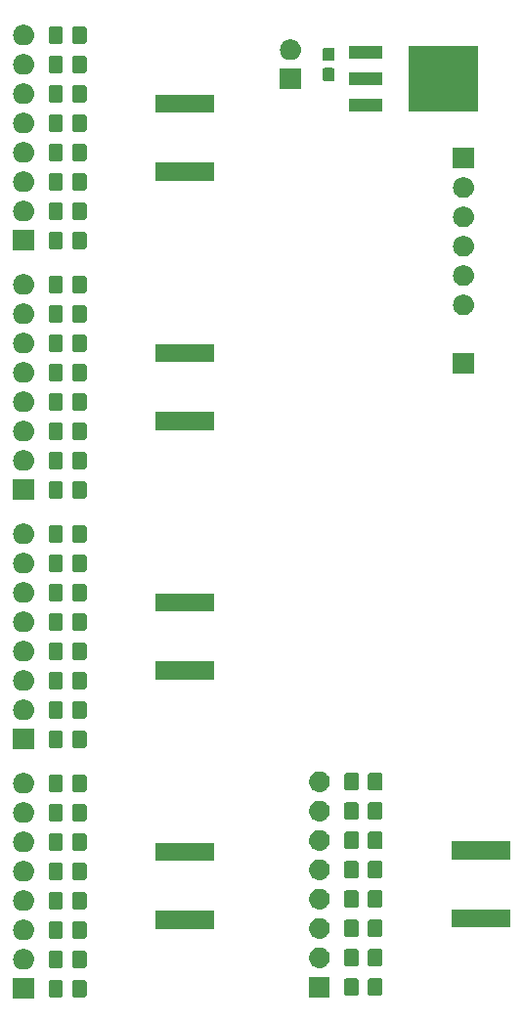
<source format=gbr>
G04 #@! TF.GenerationSoftware,KiCad,Pcbnew,5.0.2-bee76a0~70~ubuntu18.04.1*
G04 #@! TF.CreationDate,2019-01-09T10:49:10-06:00*
G04 #@! TF.ProjectId,giant,6769616e-742e-46b6-9963-61645f706362,rev?*
G04 #@! TF.SameCoordinates,Original*
G04 #@! TF.FileFunction,Soldermask,Top*
G04 #@! TF.FilePolarity,Negative*
%FSLAX46Y46*%
G04 Gerber Fmt 4.6, Leading zero omitted, Abs format (unit mm)*
G04 Created by KiCad (PCBNEW 5.0.2-bee76a0~70~ubuntu18.04.1) date Wed 09 Jan 2019 10:49:10 AM CST*
%MOMM*%
%LPD*%
G01*
G04 APERTURE LIST*
%ADD10C,0.100000*%
G04 APERTURE END LIST*
D10*
G36*
X66941000Y-162191000D02*
X65139000Y-162191000D01*
X65139000Y-160389000D01*
X66941000Y-160389000D01*
X66941000Y-162191000D01*
X66941000Y-162191000D01*
G37*
G36*
X92567561Y-162051629D02*
X90765561Y-162051629D01*
X90765561Y-160249629D01*
X92567561Y-160249629D01*
X92567561Y-162051629D01*
X92567561Y-162051629D01*
G37*
G36*
X69288677Y-160543465D02*
X69326364Y-160554898D01*
X69361103Y-160573466D01*
X69391548Y-160598452D01*
X69416534Y-160628897D01*
X69435102Y-160663636D01*
X69446535Y-160701323D01*
X69451000Y-160746661D01*
X69451000Y-161833339D01*
X69446535Y-161878677D01*
X69435102Y-161916364D01*
X69416534Y-161951103D01*
X69391548Y-161981548D01*
X69361103Y-162006534D01*
X69326364Y-162025102D01*
X69288677Y-162036535D01*
X69243339Y-162041000D01*
X68406661Y-162041000D01*
X68361323Y-162036535D01*
X68323636Y-162025102D01*
X68288897Y-162006534D01*
X68258452Y-161981548D01*
X68233466Y-161951103D01*
X68214898Y-161916364D01*
X68203465Y-161878677D01*
X68199000Y-161833339D01*
X68199000Y-160746661D01*
X68203465Y-160701323D01*
X68214898Y-160663636D01*
X68233466Y-160628897D01*
X68258452Y-160598452D01*
X68288897Y-160573466D01*
X68323636Y-160554898D01*
X68361323Y-160543465D01*
X68406661Y-160539000D01*
X69243339Y-160539000D01*
X69288677Y-160543465D01*
X69288677Y-160543465D01*
G37*
G36*
X71338677Y-160543465D02*
X71376364Y-160554898D01*
X71411103Y-160573466D01*
X71441548Y-160598452D01*
X71466534Y-160628897D01*
X71485102Y-160663636D01*
X71496535Y-160701323D01*
X71501000Y-160746661D01*
X71501000Y-161833339D01*
X71496535Y-161878677D01*
X71485102Y-161916364D01*
X71466534Y-161951103D01*
X71441548Y-161981548D01*
X71411103Y-162006534D01*
X71376364Y-162025102D01*
X71338677Y-162036535D01*
X71293339Y-162041000D01*
X70456661Y-162041000D01*
X70411323Y-162036535D01*
X70373636Y-162025102D01*
X70338897Y-162006534D01*
X70308452Y-161981548D01*
X70283466Y-161951103D01*
X70264898Y-161916364D01*
X70253465Y-161878677D01*
X70249000Y-161833339D01*
X70249000Y-160746661D01*
X70253465Y-160701323D01*
X70264898Y-160663636D01*
X70283466Y-160628897D01*
X70308452Y-160598452D01*
X70338897Y-160573466D01*
X70373636Y-160554898D01*
X70411323Y-160543465D01*
X70456661Y-160539000D01*
X71293339Y-160539000D01*
X71338677Y-160543465D01*
X71338677Y-160543465D01*
G37*
G36*
X96953571Y-160404094D02*
X96991258Y-160415527D01*
X97025997Y-160434095D01*
X97056442Y-160459081D01*
X97081428Y-160489526D01*
X97099996Y-160524265D01*
X97111429Y-160561952D01*
X97115894Y-160607290D01*
X97115894Y-161693968D01*
X97111429Y-161739306D01*
X97099996Y-161776993D01*
X97081428Y-161811732D01*
X97056442Y-161842177D01*
X97025997Y-161867163D01*
X96991258Y-161885731D01*
X96953571Y-161897164D01*
X96908233Y-161901629D01*
X96071555Y-161901629D01*
X96026217Y-161897164D01*
X95988530Y-161885731D01*
X95953791Y-161867163D01*
X95923346Y-161842177D01*
X95898360Y-161811732D01*
X95879792Y-161776993D01*
X95868359Y-161739306D01*
X95863894Y-161693968D01*
X95863894Y-160607290D01*
X95868359Y-160561952D01*
X95879792Y-160524265D01*
X95898360Y-160489526D01*
X95923346Y-160459081D01*
X95953791Y-160434095D01*
X95988530Y-160415527D01*
X96026217Y-160404094D01*
X96071555Y-160399629D01*
X96908233Y-160399629D01*
X96953571Y-160404094D01*
X96953571Y-160404094D01*
G37*
G36*
X94903571Y-160404094D02*
X94941258Y-160415527D01*
X94975997Y-160434095D01*
X95006442Y-160459081D01*
X95031428Y-160489526D01*
X95049996Y-160524265D01*
X95061429Y-160561952D01*
X95065894Y-160607290D01*
X95065894Y-161693968D01*
X95061429Y-161739306D01*
X95049996Y-161776993D01*
X95031428Y-161811732D01*
X95006442Y-161842177D01*
X94975997Y-161867163D01*
X94941258Y-161885731D01*
X94903571Y-161897164D01*
X94858233Y-161901629D01*
X94021555Y-161901629D01*
X93976217Y-161897164D01*
X93938530Y-161885731D01*
X93903791Y-161867163D01*
X93873346Y-161842177D01*
X93848360Y-161811732D01*
X93829792Y-161776993D01*
X93818359Y-161739306D01*
X93813894Y-161693968D01*
X93813894Y-160607290D01*
X93818359Y-160561952D01*
X93829792Y-160524265D01*
X93848360Y-160489526D01*
X93873346Y-160459081D01*
X93903791Y-160434095D01*
X93938530Y-160415527D01*
X93976217Y-160404094D01*
X94021555Y-160399629D01*
X94858233Y-160399629D01*
X94903571Y-160404094D01*
X94903571Y-160404094D01*
G37*
G36*
X66150443Y-157855519D02*
X66216627Y-157862037D01*
X66322308Y-157894095D01*
X66386467Y-157913557D01*
X66511877Y-157980591D01*
X66542991Y-157997222D01*
X66551530Y-158004230D01*
X66680186Y-158109814D01*
X66759665Y-158206661D01*
X66792778Y-158247009D01*
X66792779Y-158247011D01*
X66876443Y-158403533D01*
X66876443Y-158403534D01*
X66927963Y-158573373D01*
X66945359Y-158750000D01*
X66927963Y-158926627D01*
X66918720Y-158957096D01*
X66876443Y-159096467D01*
X66805694Y-159228827D01*
X66792778Y-159252991D01*
X66769044Y-159281911D01*
X66680186Y-159390186D01*
X66601049Y-159455131D01*
X66542991Y-159502778D01*
X66542989Y-159502779D01*
X66386467Y-159586443D01*
X66329853Y-159603616D01*
X66216627Y-159637963D01*
X66150442Y-159644482D01*
X66084260Y-159651000D01*
X65995740Y-159651000D01*
X65929558Y-159644482D01*
X65863373Y-159637963D01*
X65750147Y-159603616D01*
X65693533Y-159586443D01*
X65537011Y-159502779D01*
X65537009Y-159502778D01*
X65478951Y-159455131D01*
X65399814Y-159390186D01*
X65310956Y-159281911D01*
X65287222Y-159252991D01*
X65274306Y-159228827D01*
X65203557Y-159096467D01*
X65161280Y-158957096D01*
X65152037Y-158926627D01*
X65134641Y-158750000D01*
X65152037Y-158573373D01*
X65203557Y-158403534D01*
X65203557Y-158403533D01*
X65287221Y-158247011D01*
X65287222Y-158247009D01*
X65320335Y-158206661D01*
X65399814Y-158109814D01*
X65528470Y-158004230D01*
X65537009Y-157997222D01*
X65568123Y-157980591D01*
X65693533Y-157913557D01*
X65757692Y-157894095D01*
X65863373Y-157862037D01*
X65929557Y-157855519D01*
X65995740Y-157849000D01*
X66084260Y-157849000D01*
X66150443Y-157855519D01*
X66150443Y-157855519D01*
G37*
G36*
X91777003Y-157716147D02*
X91843188Y-157722666D01*
X91956414Y-157757013D01*
X92013028Y-157774186D01*
X92151648Y-157848281D01*
X92169552Y-157857851D01*
X92178091Y-157864859D01*
X92306747Y-157970443D01*
X92378973Y-158058452D01*
X92419339Y-158107638D01*
X92419340Y-158107640D01*
X92503004Y-158264162D01*
X92520177Y-158320776D01*
X92554524Y-158434002D01*
X92571920Y-158610629D01*
X92554524Y-158787256D01*
X92520177Y-158900482D01*
X92503004Y-158957096D01*
X92432255Y-159089456D01*
X92419339Y-159113620D01*
X92395593Y-159142554D01*
X92306747Y-159250815D01*
X92205290Y-159334077D01*
X92169552Y-159363407D01*
X92169550Y-159363408D01*
X92013028Y-159447072D01*
X91956414Y-159464245D01*
X91843188Y-159498592D01*
X91777003Y-159505111D01*
X91710821Y-159511629D01*
X91622301Y-159511629D01*
X91556119Y-159505111D01*
X91489934Y-159498592D01*
X91376708Y-159464245D01*
X91320094Y-159447072D01*
X91163572Y-159363408D01*
X91163570Y-159363407D01*
X91127832Y-159334077D01*
X91026375Y-159250815D01*
X90937529Y-159142554D01*
X90913783Y-159113620D01*
X90900867Y-159089456D01*
X90830118Y-158957096D01*
X90812945Y-158900482D01*
X90778598Y-158787256D01*
X90761202Y-158610629D01*
X90778598Y-158434002D01*
X90812945Y-158320776D01*
X90830118Y-158264162D01*
X90913782Y-158107640D01*
X90913783Y-158107638D01*
X90954149Y-158058452D01*
X91026375Y-157970443D01*
X91155031Y-157864859D01*
X91163570Y-157857851D01*
X91181474Y-157848281D01*
X91320094Y-157774186D01*
X91376708Y-157757013D01*
X91489934Y-157722666D01*
X91556119Y-157716147D01*
X91622301Y-157709629D01*
X91710821Y-157709629D01*
X91777003Y-157716147D01*
X91777003Y-157716147D01*
G37*
G36*
X69288677Y-158003465D02*
X69326364Y-158014898D01*
X69361103Y-158033466D01*
X69391548Y-158058452D01*
X69416534Y-158088897D01*
X69435102Y-158123636D01*
X69446535Y-158161323D01*
X69451000Y-158206661D01*
X69451000Y-159293339D01*
X69446535Y-159338677D01*
X69435102Y-159376364D01*
X69416534Y-159411103D01*
X69391548Y-159441548D01*
X69361103Y-159466534D01*
X69326364Y-159485102D01*
X69288677Y-159496535D01*
X69243339Y-159501000D01*
X68406661Y-159501000D01*
X68361323Y-159496535D01*
X68323636Y-159485102D01*
X68288897Y-159466534D01*
X68258452Y-159441548D01*
X68233466Y-159411103D01*
X68214898Y-159376364D01*
X68203465Y-159338677D01*
X68199000Y-159293339D01*
X68199000Y-158206661D01*
X68203465Y-158161323D01*
X68214898Y-158123636D01*
X68233466Y-158088897D01*
X68258452Y-158058452D01*
X68288897Y-158033466D01*
X68323636Y-158014898D01*
X68361323Y-158003465D01*
X68406661Y-157999000D01*
X69243339Y-157999000D01*
X69288677Y-158003465D01*
X69288677Y-158003465D01*
G37*
G36*
X71338677Y-158003465D02*
X71376364Y-158014898D01*
X71411103Y-158033466D01*
X71441548Y-158058452D01*
X71466534Y-158088897D01*
X71485102Y-158123636D01*
X71496535Y-158161323D01*
X71501000Y-158206661D01*
X71501000Y-159293339D01*
X71496535Y-159338677D01*
X71485102Y-159376364D01*
X71466534Y-159411103D01*
X71441548Y-159441548D01*
X71411103Y-159466534D01*
X71376364Y-159485102D01*
X71338677Y-159496535D01*
X71293339Y-159501000D01*
X70456661Y-159501000D01*
X70411323Y-159496535D01*
X70373636Y-159485102D01*
X70338897Y-159466534D01*
X70308452Y-159441548D01*
X70283466Y-159411103D01*
X70264898Y-159376364D01*
X70253465Y-159338677D01*
X70249000Y-159293339D01*
X70249000Y-158206661D01*
X70253465Y-158161323D01*
X70264898Y-158123636D01*
X70283466Y-158088897D01*
X70308452Y-158058452D01*
X70338897Y-158033466D01*
X70373636Y-158014898D01*
X70411323Y-158003465D01*
X70456661Y-157999000D01*
X71293339Y-157999000D01*
X71338677Y-158003465D01*
X71338677Y-158003465D01*
G37*
G36*
X96953571Y-157864094D02*
X96991258Y-157875527D01*
X97025997Y-157894095D01*
X97056442Y-157919081D01*
X97081428Y-157949526D01*
X97099996Y-157984265D01*
X97111429Y-158021952D01*
X97115894Y-158067290D01*
X97115894Y-159153968D01*
X97111429Y-159199306D01*
X97099996Y-159236993D01*
X97081428Y-159271732D01*
X97056442Y-159302177D01*
X97025997Y-159327163D01*
X96991258Y-159345731D01*
X96953571Y-159357164D01*
X96908233Y-159361629D01*
X96071555Y-159361629D01*
X96026217Y-159357164D01*
X95988530Y-159345731D01*
X95953791Y-159327163D01*
X95923346Y-159302177D01*
X95898360Y-159271732D01*
X95879792Y-159236993D01*
X95868359Y-159199306D01*
X95863894Y-159153968D01*
X95863894Y-158067290D01*
X95868359Y-158021952D01*
X95879792Y-157984265D01*
X95898360Y-157949526D01*
X95923346Y-157919081D01*
X95953791Y-157894095D01*
X95988530Y-157875527D01*
X96026217Y-157864094D01*
X96071555Y-157859629D01*
X96908233Y-157859629D01*
X96953571Y-157864094D01*
X96953571Y-157864094D01*
G37*
G36*
X94903571Y-157864094D02*
X94941258Y-157875527D01*
X94975997Y-157894095D01*
X95006442Y-157919081D01*
X95031428Y-157949526D01*
X95049996Y-157984265D01*
X95061429Y-158021952D01*
X95065894Y-158067290D01*
X95065894Y-159153968D01*
X95061429Y-159199306D01*
X95049996Y-159236993D01*
X95031428Y-159271732D01*
X95006442Y-159302177D01*
X94975997Y-159327163D01*
X94941258Y-159345731D01*
X94903571Y-159357164D01*
X94858233Y-159361629D01*
X94021555Y-159361629D01*
X93976217Y-159357164D01*
X93938530Y-159345731D01*
X93903791Y-159327163D01*
X93873346Y-159302177D01*
X93848360Y-159271732D01*
X93829792Y-159236993D01*
X93818359Y-159199306D01*
X93813894Y-159153968D01*
X93813894Y-158067290D01*
X93818359Y-158021952D01*
X93829792Y-157984265D01*
X93848360Y-157949526D01*
X93873346Y-157919081D01*
X93903791Y-157894095D01*
X93938530Y-157875527D01*
X93976217Y-157864094D01*
X94021555Y-157859629D01*
X94858233Y-157859629D01*
X94903571Y-157864094D01*
X94903571Y-157864094D01*
G37*
G36*
X66150442Y-155315518D02*
X66216627Y-155322037D01*
X66322308Y-155354095D01*
X66386467Y-155373557D01*
X66511877Y-155440591D01*
X66542991Y-155457222D01*
X66551530Y-155464230D01*
X66680186Y-155569814D01*
X66759665Y-155666661D01*
X66792778Y-155707009D01*
X66792779Y-155707011D01*
X66876443Y-155863533D01*
X66876443Y-155863534D01*
X66927963Y-156033373D01*
X66945359Y-156210000D01*
X66927963Y-156386627D01*
X66918720Y-156417096D01*
X66876443Y-156556467D01*
X66805694Y-156688827D01*
X66792778Y-156712991D01*
X66769044Y-156741911D01*
X66680186Y-156850186D01*
X66601049Y-156915131D01*
X66542991Y-156962778D01*
X66542989Y-156962779D01*
X66386467Y-157046443D01*
X66329853Y-157063616D01*
X66216627Y-157097963D01*
X66150443Y-157104481D01*
X66084260Y-157111000D01*
X65995740Y-157111000D01*
X65929557Y-157104481D01*
X65863373Y-157097963D01*
X65750147Y-157063616D01*
X65693533Y-157046443D01*
X65537011Y-156962779D01*
X65537009Y-156962778D01*
X65478951Y-156915131D01*
X65399814Y-156850186D01*
X65310956Y-156741911D01*
X65287222Y-156712991D01*
X65274306Y-156688827D01*
X65203557Y-156556467D01*
X65161280Y-156417096D01*
X65152037Y-156386627D01*
X65134641Y-156210000D01*
X65152037Y-156033373D01*
X65203557Y-155863534D01*
X65203557Y-155863533D01*
X65287221Y-155707011D01*
X65287222Y-155707009D01*
X65320335Y-155666661D01*
X65399814Y-155569814D01*
X65528470Y-155464230D01*
X65537009Y-155457222D01*
X65568123Y-155440591D01*
X65693533Y-155373557D01*
X65757692Y-155354095D01*
X65863373Y-155322037D01*
X65929558Y-155315518D01*
X65995740Y-155309000D01*
X66084260Y-155309000D01*
X66150442Y-155315518D01*
X66150442Y-155315518D01*
G37*
G36*
X91777004Y-155176148D02*
X91843188Y-155182666D01*
X91956414Y-155217013D01*
X92013028Y-155234186D01*
X92151648Y-155308281D01*
X92169552Y-155317851D01*
X92178091Y-155324859D01*
X92306747Y-155430443D01*
X92378973Y-155518452D01*
X92419339Y-155567638D01*
X92419340Y-155567640D01*
X92503004Y-155724162D01*
X92520177Y-155780776D01*
X92554524Y-155894002D01*
X92571920Y-156070629D01*
X92554524Y-156247256D01*
X92520177Y-156360482D01*
X92503004Y-156417096D01*
X92432255Y-156549456D01*
X92419339Y-156573620D01*
X92395593Y-156602554D01*
X92306747Y-156710815D01*
X92205290Y-156794077D01*
X92169552Y-156823407D01*
X92169550Y-156823408D01*
X92013028Y-156907072D01*
X91956414Y-156924245D01*
X91843188Y-156958592D01*
X91777004Y-156965110D01*
X91710821Y-156971629D01*
X91622301Y-156971629D01*
X91556118Y-156965110D01*
X91489934Y-156958592D01*
X91376708Y-156924245D01*
X91320094Y-156907072D01*
X91163572Y-156823408D01*
X91163570Y-156823407D01*
X91127832Y-156794077D01*
X91026375Y-156710815D01*
X90937529Y-156602554D01*
X90913783Y-156573620D01*
X90900867Y-156549456D01*
X90830118Y-156417096D01*
X90812945Y-156360482D01*
X90778598Y-156247256D01*
X90761202Y-156070629D01*
X90778598Y-155894002D01*
X90812945Y-155780776D01*
X90830118Y-155724162D01*
X90913782Y-155567640D01*
X90913783Y-155567638D01*
X90954149Y-155518452D01*
X91026375Y-155430443D01*
X91155031Y-155324859D01*
X91163570Y-155317851D01*
X91181474Y-155308281D01*
X91320094Y-155234186D01*
X91376708Y-155217013D01*
X91489934Y-155182666D01*
X91556118Y-155176148D01*
X91622301Y-155169629D01*
X91710821Y-155169629D01*
X91777004Y-155176148D01*
X91777004Y-155176148D01*
G37*
G36*
X71338677Y-155463465D02*
X71376364Y-155474898D01*
X71411103Y-155493466D01*
X71441548Y-155518452D01*
X71466534Y-155548897D01*
X71485102Y-155583636D01*
X71496535Y-155621323D01*
X71501000Y-155666661D01*
X71501000Y-156753339D01*
X71496535Y-156798677D01*
X71485102Y-156836364D01*
X71466534Y-156871103D01*
X71441548Y-156901548D01*
X71411103Y-156926534D01*
X71376364Y-156945102D01*
X71338677Y-156956535D01*
X71293339Y-156961000D01*
X70456661Y-156961000D01*
X70411323Y-156956535D01*
X70373636Y-156945102D01*
X70338897Y-156926534D01*
X70308452Y-156901548D01*
X70283466Y-156871103D01*
X70264898Y-156836364D01*
X70253465Y-156798677D01*
X70249000Y-156753339D01*
X70249000Y-155666661D01*
X70253465Y-155621323D01*
X70264898Y-155583636D01*
X70283466Y-155548897D01*
X70308452Y-155518452D01*
X70338897Y-155493466D01*
X70373636Y-155474898D01*
X70411323Y-155463465D01*
X70456661Y-155459000D01*
X71293339Y-155459000D01*
X71338677Y-155463465D01*
X71338677Y-155463465D01*
G37*
G36*
X69288677Y-155463465D02*
X69326364Y-155474898D01*
X69361103Y-155493466D01*
X69391548Y-155518452D01*
X69416534Y-155548897D01*
X69435102Y-155583636D01*
X69446535Y-155621323D01*
X69451000Y-155666661D01*
X69451000Y-156753339D01*
X69446535Y-156798677D01*
X69435102Y-156836364D01*
X69416534Y-156871103D01*
X69391548Y-156901548D01*
X69361103Y-156926534D01*
X69326364Y-156945102D01*
X69288677Y-156956535D01*
X69243339Y-156961000D01*
X68406661Y-156961000D01*
X68361323Y-156956535D01*
X68323636Y-156945102D01*
X68288897Y-156926534D01*
X68258452Y-156901548D01*
X68233466Y-156871103D01*
X68214898Y-156836364D01*
X68203465Y-156798677D01*
X68199000Y-156753339D01*
X68199000Y-155666661D01*
X68203465Y-155621323D01*
X68214898Y-155583636D01*
X68233466Y-155548897D01*
X68258452Y-155518452D01*
X68288897Y-155493466D01*
X68323636Y-155474898D01*
X68361323Y-155463465D01*
X68406661Y-155459000D01*
X69243339Y-155459000D01*
X69288677Y-155463465D01*
X69288677Y-155463465D01*
G37*
G36*
X96953571Y-155324094D02*
X96991258Y-155335527D01*
X97025997Y-155354095D01*
X97056442Y-155379081D01*
X97081428Y-155409526D01*
X97099996Y-155444265D01*
X97111429Y-155481952D01*
X97115894Y-155527290D01*
X97115894Y-156613968D01*
X97111429Y-156659306D01*
X97099996Y-156696993D01*
X97081428Y-156731732D01*
X97056442Y-156762177D01*
X97025997Y-156787163D01*
X96991258Y-156805731D01*
X96953571Y-156817164D01*
X96908233Y-156821629D01*
X96071555Y-156821629D01*
X96026217Y-156817164D01*
X95988530Y-156805731D01*
X95953791Y-156787163D01*
X95923346Y-156762177D01*
X95898360Y-156731732D01*
X95879792Y-156696993D01*
X95868359Y-156659306D01*
X95863894Y-156613968D01*
X95863894Y-155527290D01*
X95868359Y-155481952D01*
X95879792Y-155444265D01*
X95898360Y-155409526D01*
X95923346Y-155379081D01*
X95953791Y-155354095D01*
X95988530Y-155335527D01*
X96026217Y-155324094D01*
X96071555Y-155319629D01*
X96908233Y-155319629D01*
X96953571Y-155324094D01*
X96953571Y-155324094D01*
G37*
G36*
X94903571Y-155324094D02*
X94941258Y-155335527D01*
X94975997Y-155354095D01*
X95006442Y-155379081D01*
X95031428Y-155409526D01*
X95049996Y-155444265D01*
X95061429Y-155481952D01*
X95065894Y-155527290D01*
X95065894Y-156613968D01*
X95061429Y-156659306D01*
X95049996Y-156696993D01*
X95031428Y-156731732D01*
X95006442Y-156762177D01*
X94975997Y-156787163D01*
X94941258Y-156805731D01*
X94903571Y-156817164D01*
X94858233Y-156821629D01*
X94021555Y-156821629D01*
X93976217Y-156817164D01*
X93938530Y-156805731D01*
X93903791Y-156787163D01*
X93873346Y-156762177D01*
X93848360Y-156731732D01*
X93829792Y-156696993D01*
X93818359Y-156659306D01*
X93813894Y-156613968D01*
X93813894Y-155527290D01*
X93818359Y-155481952D01*
X93829792Y-155444265D01*
X93848360Y-155409526D01*
X93873346Y-155379081D01*
X93903791Y-155354095D01*
X93938530Y-155335527D01*
X93976217Y-155324094D01*
X94021555Y-155319629D01*
X94858233Y-155319629D01*
X94903571Y-155324094D01*
X94903571Y-155324094D01*
G37*
G36*
X82561000Y-156126500D02*
X77459000Y-156126500D01*
X77459000Y-154549500D01*
X82561000Y-154549500D01*
X82561000Y-156126500D01*
X82561000Y-156126500D01*
G37*
G36*
X108187561Y-155987129D02*
X103085561Y-155987129D01*
X103085561Y-154410129D01*
X108187561Y-154410129D01*
X108187561Y-155987129D01*
X108187561Y-155987129D01*
G37*
G36*
X66150442Y-152775518D02*
X66216627Y-152782037D01*
X66322308Y-152814095D01*
X66386467Y-152833557D01*
X66511877Y-152900591D01*
X66542991Y-152917222D01*
X66551530Y-152924230D01*
X66680186Y-153029814D01*
X66759665Y-153126661D01*
X66792778Y-153167009D01*
X66792779Y-153167011D01*
X66876443Y-153323533D01*
X66876443Y-153323534D01*
X66927963Y-153493373D01*
X66945359Y-153670000D01*
X66927963Y-153846627D01*
X66918720Y-153877096D01*
X66876443Y-154016467D01*
X66805694Y-154148827D01*
X66792778Y-154172991D01*
X66769044Y-154201911D01*
X66680186Y-154310186D01*
X66601049Y-154375131D01*
X66542991Y-154422778D01*
X66542989Y-154422779D01*
X66386467Y-154506443D01*
X66329853Y-154523616D01*
X66216627Y-154557963D01*
X66150443Y-154564481D01*
X66084260Y-154571000D01*
X65995740Y-154571000D01*
X65929557Y-154564481D01*
X65863373Y-154557963D01*
X65750147Y-154523616D01*
X65693533Y-154506443D01*
X65537011Y-154422779D01*
X65537009Y-154422778D01*
X65478951Y-154375131D01*
X65399814Y-154310186D01*
X65310956Y-154201911D01*
X65287222Y-154172991D01*
X65274306Y-154148827D01*
X65203557Y-154016467D01*
X65161280Y-153877096D01*
X65152037Y-153846627D01*
X65134641Y-153670000D01*
X65152037Y-153493373D01*
X65203557Y-153323534D01*
X65203557Y-153323533D01*
X65287221Y-153167011D01*
X65287222Y-153167009D01*
X65320335Y-153126661D01*
X65399814Y-153029814D01*
X65528470Y-152924230D01*
X65537009Y-152917222D01*
X65568123Y-152900591D01*
X65693533Y-152833557D01*
X65757692Y-152814095D01*
X65863373Y-152782037D01*
X65929558Y-152775518D01*
X65995740Y-152769000D01*
X66084260Y-152769000D01*
X66150442Y-152775518D01*
X66150442Y-152775518D01*
G37*
G36*
X91777003Y-152636147D02*
X91843188Y-152642666D01*
X91956414Y-152677013D01*
X92013028Y-152694186D01*
X92151648Y-152768281D01*
X92169552Y-152777851D01*
X92178091Y-152784859D01*
X92306747Y-152890443D01*
X92378973Y-152978452D01*
X92419339Y-153027638D01*
X92419340Y-153027640D01*
X92503004Y-153184162D01*
X92520177Y-153240776D01*
X92554524Y-153354002D01*
X92571920Y-153530629D01*
X92554524Y-153707256D01*
X92520177Y-153820482D01*
X92503004Y-153877096D01*
X92432255Y-154009456D01*
X92419339Y-154033620D01*
X92395593Y-154062554D01*
X92306747Y-154170815D01*
X92205290Y-154254077D01*
X92169552Y-154283407D01*
X92169550Y-154283408D01*
X92013028Y-154367072D01*
X91956414Y-154384245D01*
X91843188Y-154418592D01*
X91777003Y-154425111D01*
X91710821Y-154431629D01*
X91622301Y-154431629D01*
X91556119Y-154425111D01*
X91489934Y-154418592D01*
X91376708Y-154384245D01*
X91320094Y-154367072D01*
X91163572Y-154283408D01*
X91163570Y-154283407D01*
X91127832Y-154254077D01*
X91026375Y-154170815D01*
X90937529Y-154062554D01*
X90913783Y-154033620D01*
X90900867Y-154009456D01*
X90830118Y-153877096D01*
X90812945Y-153820482D01*
X90778598Y-153707256D01*
X90761202Y-153530629D01*
X90778598Y-153354002D01*
X90812945Y-153240776D01*
X90830118Y-153184162D01*
X90913782Y-153027640D01*
X90913783Y-153027638D01*
X90954149Y-152978452D01*
X91026375Y-152890443D01*
X91155031Y-152784859D01*
X91163570Y-152777851D01*
X91181474Y-152768281D01*
X91320094Y-152694186D01*
X91376708Y-152677013D01*
X91489934Y-152642666D01*
X91556119Y-152636147D01*
X91622301Y-152629629D01*
X91710821Y-152629629D01*
X91777003Y-152636147D01*
X91777003Y-152636147D01*
G37*
G36*
X69288677Y-152923465D02*
X69326364Y-152934898D01*
X69361103Y-152953466D01*
X69391548Y-152978452D01*
X69416534Y-153008897D01*
X69435102Y-153043636D01*
X69446535Y-153081323D01*
X69451000Y-153126661D01*
X69451000Y-154213339D01*
X69446535Y-154258677D01*
X69435102Y-154296364D01*
X69416534Y-154331103D01*
X69391548Y-154361548D01*
X69361103Y-154386534D01*
X69326364Y-154405102D01*
X69288677Y-154416535D01*
X69243339Y-154421000D01*
X68406661Y-154421000D01*
X68361323Y-154416535D01*
X68323636Y-154405102D01*
X68288897Y-154386534D01*
X68258452Y-154361548D01*
X68233466Y-154331103D01*
X68214898Y-154296364D01*
X68203465Y-154258677D01*
X68199000Y-154213339D01*
X68199000Y-153126661D01*
X68203465Y-153081323D01*
X68214898Y-153043636D01*
X68233466Y-153008897D01*
X68258452Y-152978452D01*
X68288897Y-152953466D01*
X68323636Y-152934898D01*
X68361323Y-152923465D01*
X68406661Y-152919000D01*
X69243339Y-152919000D01*
X69288677Y-152923465D01*
X69288677Y-152923465D01*
G37*
G36*
X71338677Y-152923465D02*
X71376364Y-152934898D01*
X71411103Y-152953466D01*
X71441548Y-152978452D01*
X71466534Y-153008897D01*
X71485102Y-153043636D01*
X71496535Y-153081323D01*
X71501000Y-153126661D01*
X71501000Y-154213339D01*
X71496535Y-154258677D01*
X71485102Y-154296364D01*
X71466534Y-154331103D01*
X71441548Y-154361548D01*
X71411103Y-154386534D01*
X71376364Y-154405102D01*
X71338677Y-154416535D01*
X71293339Y-154421000D01*
X70456661Y-154421000D01*
X70411323Y-154416535D01*
X70373636Y-154405102D01*
X70338897Y-154386534D01*
X70308452Y-154361548D01*
X70283466Y-154331103D01*
X70264898Y-154296364D01*
X70253465Y-154258677D01*
X70249000Y-154213339D01*
X70249000Y-153126661D01*
X70253465Y-153081323D01*
X70264898Y-153043636D01*
X70283466Y-153008897D01*
X70308452Y-152978452D01*
X70338897Y-152953466D01*
X70373636Y-152934898D01*
X70411323Y-152923465D01*
X70456661Y-152919000D01*
X71293339Y-152919000D01*
X71338677Y-152923465D01*
X71338677Y-152923465D01*
G37*
G36*
X96953571Y-152784094D02*
X96991258Y-152795527D01*
X97025997Y-152814095D01*
X97056442Y-152839081D01*
X97081428Y-152869526D01*
X97099996Y-152904265D01*
X97111429Y-152941952D01*
X97115894Y-152987290D01*
X97115894Y-154073968D01*
X97111429Y-154119306D01*
X97099996Y-154156993D01*
X97081428Y-154191732D01*
X97056442Y-154222177D01*
X97025997Y-154247163D01*
X96991258Y-154265731D01*
X96953571Y-154277164D01*
X96908233Y-154281629D01*
X96071555Y-154281629D01*
X96026217Y-154277164D01*
X95988530Y-154265731D01*
X95953791Y-154247163D01*
X95923346Y-154222177D01*
X95898360Y-154191732D01*
X95879792Y-154156993D01*
X95868359Y-154119306D01*
X95863894Y-154073968D01*
X95863894Y-152987290D01*
X95868359Y-152941952D01*
X95879792Y-152904265D01*
X95898360Y-152869526D01*
X95923346Y-152839081D01*
X95953791Y-152814095D01*
X95988530Y-152795527D01*
X96026217Y-152784094D01*
X96071555Y-152779629D01*
X96908233Y-152779629D01*
X96953571Y-152784094D01*
X96953571Y-152784094D01*
G37*
G36*
X94903571Y-152784094D02*
X94941258Y-152795527D01*
X94975997Y-152814095D01*
X95006442Y-152839081D01*
X95031428Y-152869526D01*
X95049996Y-152904265D01*
X95061429Y-152941952D01*
X95065894Y-152987290D01*
X95065894Y-154073968D01*
X95061429Y-154119306D01*
X95049996Y-154156993D01*
X95031428Y-154191732D01*
X95006442Y-154222177D01*
X94975997Y-154247163D01*
X94941258Y-154265731D01*
X94903571Y-154277164D01*
X94858233Y-154281629D01*
X94021555Y-154281629D01*
X93976217Y-154277164D01*
X93938530Y-154265731D01*
X93903791Y-154247163D01*
X93873346Y-154222177D01*
X93848360Y-154191732D01*
X93829792Y-154156993D01*
X93818359Y-154119306D01*
X93813894Y-154073968D01*
X93813894Y-152987290D01*
X93818359Y-152941952D01*
X93829792Y-152904265D01*
X93848360Y-152869526D01*
X93873346Y-152839081D01*
X93903791Y-152814095D01*
X93938530Y-152795527D01*
X93976217Y-152784094D01*
X94021555Y-152779629D01*
X94858233Y-152779629D01*
X94903571Y-152784094D01*
X94903571Y-152784094D01*
G37*
G36*
X66150442Y-150235518D02*
X66216627Y-150242037D01*
X66322308Y-150274095D01*
X66386467Y-150293557D01*
X66511877Y-150360591D01*
X66542991Y-150377222D01*
X66551530Y-150384230D01*
X66680186Y-150489814D01*
X66759665Y-150586661D01*
X66792778Y-150627009D01*
X66792779Y-150627011D01*
X66876443Y-150783533D01*
X66876443Y-150783534D01*
X66927963Y-150953373D01*
X66945359Y-151130000D01*
X66927963Y-151306627D01*
X66918720Y-151337096D01*
X66876443Y-151476467D01*
X66805694Y-151608827D01*
X66792778Y-151632991D01*
X66769044Y-151661911D01*
X66680186Y-151770186D01*
X66601049Y-151835131D01*
X66542991Y-151882778D01*
X66542989Y-151882779D01*
X66386467Y-151966443D01*
X66329853Y-151983616D01*
X66216627Y-152017963D01*
X66150442Y-152024482D01*
X66084260Y-152031000D01*
X65995740Y-152031000D01*
X65929558Y-152024482D01*
X65863373Y-152017963D01*
X65750147Y-151983616D01*
X65693533Y-151966443D01*
X65537011Y-151882779D01*
X65537009Y-151882778D01*
X65478951Y-151835131D01*
X65399814Y-151770186D01*
X65310956Y-151661911D01*
X65287222Y-151632991D01*
X65274306Y-151608827D01*
X65203557Y-151476467D01*
X65161280Y-151337096D01*
X65152037Y-151306627D01*
X65134641Y-151130000D01*
X65152037Y-150953373D01*
X65203557Y-150783534D01*
X65203557Y-150783533D01*
X65287221Y-150627011D01*
X65287222Y-150627009D01*
X65320335Y-150586661D01*
X65399814Y-150489814D01*
X65528470Y-150384230D01*
X65537009Y-150377222D01*
X65568123Y-150360591D01*
X65693533Y-150293557D01*
X65757692Y-150274095D01*
X65863373Y-150242037D01*
X65929558Y-150235518D01*
X65995740Y-150229000D01*
X66084260Y-150229000D01*
X66150442Y-150235518D01*
X66150442Y-150235518D01*
G37*
G36*
X91777004Y-150096148D02*
X91843188Y-150102666D01*
X91956414Y-150137013D01*
X92013028Y-150154186D01*
X92151648Y-150228281D01*
X92169552Y-150237851D01*
X92191090Y-150255527D01*
X92306747Y-150350443D01*
X92378973Y-150438452D01*
X92419339Y-150487638D01*
X92419340Y-150487640D01*
X92503004Y-150644162D01*
X92520177Y-150700776D01*
X92554524Y-150814002D01*
X92571920Y-150990629D01*
X92554524Y-151167256D01*
X92520177Y-151280482D01*
X92503004Y-151337096D01*
X92432255Y-151469456D01*
X92419339Y-151493620D01*
X92395593Y-151522554D01*
X92306747Y-151630815D01*
X92205290Y-151714077D01*
X92169552Y-151743407D01*
X92169550Y-151743408D01*
X92013028Y-151827072D01*
X91956414Y-151844245D01*
X91843188Y-151878592D01*
X91777003Y-151885111D01*
X91710821Y-151891629D01*
X91622301Y-151891629D01*
X91556119Y-151885111D01*
X91489934Y-151878592D01*
X91376708Y-151844245D01*
X91320094Y-151827072D01*
X91163572Y-151743408D01*
X91163570Y-151743407D01*
X91127832Y-151714077D01*
X91026375Y-151630815D01*
X90937529Y-151522554D01*
X90913783Y-151493620D01*
X90900867Y-151469456D01*
X90830118Y-151337096D01*
X90812945Y-151280482D01*
X90778598Y-151167256D01*
X90761202Y-150990629D01*
X90778598Y-150814002D01*
X90812945Y-150700776D01*
X90830118Y-150644162D01*
X90913782Y-150487640D01*
X90913783Y-150487638D01*
X90954149Y-150438452D01*
X91026375Y-150350443D01*
X91142032Y-150255527D01*
X91163570Y-150237851D01*
X91181474Y-150228281D01*
X91320094Y-150154186D01*
X91376708Y-150137013D01*
X91489934Y-150102666D01*
X91556118Y-150096148D01*
X91622301Y-150089629D01*
X91710821Y-150089629D01*
X91777004Y-150096148D01*
X91777004Y-150096148D01*
G37*
G36*
X71338677Y-150383465D02*
X71376364Y-150394898D01*
X71411103Y-150413466D01*
X71441548Y-150438452D01*
X71466534Y-150468897D01*
X71485102Y-150503636D01*
X71496535Y-150541323D01*
X71501000Y-150586661D01*
X71501000Y-151673339D01*
X71496535Y-151718677D01*
X71485102Y-151756364D01*
X71466534Y-151791103D01*
X71441548Y-151821548D01*
X71411103Y-151846534D01*
X71376364Y-151865102D01*
X71338677Y-151876535D01*
X71293339Y-151881000D01*
X70456661Y-151881000D01*
X70411323Y-151876535D01*
X70373636Y-151865102D01*
X70338897Y-151846534D01*
X70308452Y-151821548D01*
X70283466Y-151791103D01*
X70264898Y-151756364D01*
X70253465Y-151718677D01*
X70249000Y-151673339D01*
X70249000Y-150586661D01*
X70253465Y-150541323D01*
X70264898Y-150503636D01*
X70283466Y-150468897D01*
X70308452Y-150438452D01*
X70338897Y-150413466D01*
X70373636Y-150394898D01*
X70411323Y-150383465D01*
X70456661Y-150379000D01*
X71293339Y-150379000D01*
X71338677Y-150383465D01*
X71338677Y-150383465D01*
G37*
G36*
X69288677Y-150383465D02*
X69326364Y-150394898D01*
X69361103Y-150413466D01*
X69391548Y-150438452D01*
X69416534Y-150468897D01*
X69435102Y-150503636D01*
X69446535Y-150541323D01*
X69451000Y-150586661D01*
X69451000Y-151673339D01*
X69446535Y-151718677D01*
X69435102Y-151756364D01*
X69416534Y-151791103D01*
X69391548Y-151821548D01*
X69361103Y-151846534D01*
X69326364Y-151865102D01*
X69288677Y-151876535D01*
X69243339Y-151881000D01*
X68406661Y-151881000D01*
X68361323Y-151876535D01*
X68323636Y-151865102D01*
X68288897Y-151846534D01*
X68258452Y-151821548D01*
X68233466Y-151791103D01*
X68214898Y-151756364D01*
X68203465Y-151718677D01*
X68199000Y-151673339D01*
X68199000Y-150586661D01*
X68203465Y-150541323D01*
X68214898Y-150503636D01*
X68233466Y-150468897D01*
X68258452Y-150438452D01*
X68288897Y-150413466D01*
X68323636Y-150394898D01*
X68361323Y-150383465D01*
X68406661Y-150379000D01*
X69243339Y-150379000D01*
X69288677Y-150383465D01*
X69288677Y-150383465D01*
G37*
G36*
X96953571Y-150244094D02*
X96991258Y-150255527D01*
X97025997Y-150274095D01*
X97056442Y-150299081D01*
X97081428Y-150329526D01*
X97099996Y-150364265D01*
X97111429Y-150401952D01*
X97115894Y-150447290D01*
X97115894Y-151533968D01*
X97111429Y-151579306D01*
X97099996Y-151616993D01*
X97081428Y-151651732D01*
X97056442Y-151682177D01*
X97025997Y-151707163D01*
X96991258Y-151725731D01*
X96953571Y-151737164D01*
X96908233Y-151741629D01*
X96071555Y-151741629D01*
X96026217Y-151737164D01*
X95988530Y-151725731D01*
X95953791Y-151707163D01*
X95923346Y-151682177D01*
X95898360Y-151651732D01*
X95879792Y-151616993D01*
X95868359Y-151579306D01*
X95863894Y-151533968D01*
X95863894Y-150447290D01*
X95868359Y-150401952D01*
X95879792Y-150364265D01*
X95898360Y-150329526D01*
X95923346Y-150299081D01*
X95953791Y-150274095D01*
X95988530Y-150255527D01*
X96026217Y-150244094D01*
X96071555Y-150239629D01*
X96908233Y-150239629D01*
X96953571Y-150244094D01*
X96953571Y-150244094D01*
G37*
G36*
X94903571Y-150244094D02*
X94941258Y-150255527D01*
X94975997Y-150274095D01*
X95006442Y-150299081D01*
X95031428Y-150329526D01*
X95049996Y-150364265D01*
X95061429Y-150401952D01*
X95065894Y-150447290D01*
X95065894Y-151533968D01*
X95061429Y-151579306D01*
X95049996Y-151616993D01*
X95031428Y-151651732D01*
X95006442Y-151682177D01*
X94975997Y-151707163D01*
X94941258Y-151725731D01*
X94903571Y-151737164D01*
X94858233Y-151741629D01*
X94021555Y-151741629D01*
X93976217Y-151737164D01*
X93938530Y-151725731D01*
X93903791Y-151707163D01*
X93873346Y-151682177D01*
X93848360Y-151651732D01*
X93829792Y-151616993D01*
X93818359Y-151579306D01*
X93813894Y-151533968D01*
X93813894Y-150447290D01*
X93818359Y-150401952D01*
X93829792Y-150364265D01*
X93848360Y-150329526D01*
X93873346Y-150299081D01*
X93903791Y-150274095D01*
X93938530Y-150255527D01*
X93976217Y-150244094D01*
X94021555Y-150239629D01*
X94858233Y-150239629D01*
X94903571Y-150244094D01*
X94903571Y-150244094D01*
G37*
G36*
X82561000Y-150250500D02*
X77459000Y-150250500D01*
X77459000Y-148673500D01*
X82561000Y-148673500D01*
X82561000Y-150250500D01*
X82561000Y-150250500D01*
G37*
G36*
X108187561Y-150111129D02*
X103085561Y-150111129D01*
X103085561Y-148534129D01*
X108187561Y-148534129D01*
X108187561Y-150111129D01*
X108187561Y-150111129D01*
G37*
G36*
X66150443Y-147695519D02*
X66216627Y-147702037D01*
X66322308Y-147734095D01*
X66386467Y-147753557D01*
X66511877Y-147820591D01*
X66542991Y-147837222D01*
X66551530Y-147844230D01*
X66680186Y-147949814D01*
X66759665Y-148046661D01*
X66792778Y-148087009D01*
X66792779Y-148087011D01*
X66876443Y-148243533D01*
X66876443Y-148243534D01*
X66927963Y-148413373D01*
X66945359Y-148590000D01*
X66927963Y-148766627D01*
X66918720Y-148797096D01*
X66876443Y-148936467D01*
X66805694Y-149068827D01*
X66792778Y-149092991D01*
X66769044Y-149121911D01*
X66680186Y-149230186D01*
X66601049Y-149295131D01*
X66542991Y-149342778D01*
X66542989Y-149342779D01*
X66386467Y-149426443D01*
X66329853Y-149443616D01*
X66216627Y-149477963D01*
X66150442Y-149484482D01*
X66084260Y-149491000D01*
X65995740Y-149491000D01*
X65929558Y-149484482D01*
X65863373Y-149477963D01*
X65750147Y-149443616D01*
X65693533Y-149426443D01*
X65537011Y-149342779D01*
X65537009Y-149342778D01*
X65478951Y-149295131D01*
X65399814Y-149230186D01*
X65310956Y-149121911D01*
X65287222Y-149092991D01*
X65274306Y-149068827D01*
X65203557Y-148936467D01*
X65161280Y-148797096D01*
X65152037Y-148766627D01*
X65134641Y-148590000D01*
X65152037Y-148413373D01*
X65203557Y-148243534D01*
X65203557Y-148243533D01*
X65287221Y-148087011D01*
X65287222Y-148087009D01*
X65320335Y-148046661D01*
X65399814Y-147949814D01*
X65528470Y-147844230D01*
X65537009Y-147837222D01*
X65568123Y-147820591D01*
X65693533Y-147753557D01*
X65757692Y-147734095D01*
X65863373Y-147702037D01*
X65929557Y-147695519D01*
X65995740Y-147689000D01*
X66084260Y-147689000D01*
X66150443Y-147695519D01*
X66150443Y-147695519D01*
G37*
G36*
X91777004Y-147556148D02*
X91843188Y-147562666D01*
X91956414Y-147597013D01*
X92013028Y-147614186D01*
X92151648Y-147688281D01*
X92169552Y-147697851D01*
X92178091Y-147704859D01*
X92306747Y-147810443D01*
X92378973Y-147898452D01*
X92419339Y-147947638D01*
X92419340Y-147947640D01*
X92503004Y-148104162D01*
X92520177Y-148160776D01*
X92554524Y-148274002D01*
X92571920Y-148450629D01*
X92554524Y-148627256D01*
X92540496Y-148673500D01*
X92503004Y-148797096D01*
X92432255Y-148929456D01*
X92419339Y-148953620D01*
X92395593Y-148982554D01*
X92306747Y-149090815D01*
X92205290Y-149174077D01*
X92169552Y-149203407D01*
X92169550Y-149203408D01*
X92013028Y-149287072D01*
X91956414Y-149304245D01*
X91843188Y-149338592D01*
X91777004Y-149345110D01*
X91710821Y-149351629D01*
X91622301Y-149351629D01*
X91556118Y-149345110D01*
X91489934Y-149338592D01*
X91376708Y-149304245D01*
X91320094Y-149287072D01*
X91163572Y-149203408D01*
X91163570Y-149203407D01*
X91127832Y-149174077D01*
X91026375Y-149090815D01*
X90937529Y-148982554D01*
X90913783Y-148953620D01*
X90900867Y-148929456D01*
X90830118Y-148797096D01*
X90792626Y-148673500D01*
X90778598Y-148627256D01*
X90761202Y-148450629D01*
X90778598Y-148274002D01*
X90812945Y-148160776D01*
X90830118Y-148104162D01*
X90913782Y-147947640D01*
X90913783Y-147947638D01*
X90954149Y-147898452D01*
X91026375Y-147810443D01*
X91155031Y-147704859D01*
X91163570Y-147697851D01*
X91181474Y-147688281D01*
X91320094Y-147614186D01*
X91376708Y-147597013D01*
X91489934Y-147562666D01*
X91556118Y-147556148D01*
X91622301Y-147549629D01*
X91710821Y-147549629D01*
X91777004Y-147556148D01*
X91777004Y-147556148D01*
G37*
G36*
X69288677Y-147843465D02*
X69326364Y-147854898D01*
X69361103Y-147873466D01*
X69391548Y-147898452D01*
X69416534Y-147928897D01*
X69435102Y-147963636D01*
X69446535Y-148001323D01*
X69451000Y-148046661D01*
X69451000Y-149133339D01*
X69446535Y-149178677D01*
X69435102Y-149216364D01*
X69416534Y-149251103D01*
X69391548Y-149281548D01*
X69361103Y-149306534D01*
X69326364Y-149325102D01*
X69288677Y-149336535D01*
X69243339Y-149341000D01*
X68406661Y-149341000D01*
X68361323Y-149336535D01*
X68323636Y-149325102D01*
X68288897Y-149306534D01*
X68258452Y-149281548D01*
X68233466Y-149251103D01*
X68214898Y-149216364D01*
X68203465Y-149178677D01*
X68199000Y-149133339D01*
X68199000Y-148046661D01*
X68203465Y-148001323D01*
X68214898Y-147963636D01*
X68233466Y-147928897D01*
X68258452Y-147898452D01*
X68288897Y-147873466D01*
X68323636Y-147854898D01*
X68361323Y-147843465D01*
X68406661Y-147839000D01*
X69243339Y-147839000D01*
X69288677Y-147843465D01*
X69288677Y-147843465D01*
G37*
G36*
X71338677Y-147843465D02*
X71376364Y-147854898D01*
X71411103Y-147873466D01*
X71441548Y-147898452D01*
X71466534Y-147928897D01*
X71485102Y-147963636D01*
X71496535Y-148001323D01*
X71501000Y-148046661D01*
X71501000Y-149133339D01*
X71496535Y-149178677D01*
X71485102Y-149216364D01*
X71466534Y-149251103D01*
X71441548Y-149281548D01*
X71411103Y-149306534D01*
X71376364Y-149325102D01*
X71338677Y-149336535D01*
X71293339Y-149341000D01*
X70456661Y-149341000D01*
X70411323Y-149336535D01*
X70373636Y-149325102D01*
X70338897Y-149306534D01*
X70308452Y-149281548D01*
X70283466Y-149251103D01*
X70264898Y-149216364D01*
X70253465Y-149178677D01*
X70249000Y-149133339D01*
X70249000Y-148046661D01*
X70253465Y-148001323D01*
X70264898Y-147963636D01*
X70283466Y-147928897D01*
X70308452Y-147898452D01*
X70338897Y-147873466D01*
X70373636Y-147854898D01*
X70411323Y-147843465D01*
X70456661Y-147839000D01*
X71293339Y-147839000D01*
X71338677Y-147843465D01*
X71338677Y-147843465D01*
G37*
G36*
X94915238Y-147704094D02*
X94952925Y-147715527D01*
X94987664Y-147734095D01*
X95018109Y-147759081D01*
X95043095Y-147789526D01*
X95061663Y-147824265D01*
X95073096Y-147861952D01*
X95077561Y-147907290D01*
X95077561Y-148993968D01*
X95073096Y-149039306D01*
X95061663Y-149076993D01*
X95043095Y-149111732D01*
X95018109Y-149142177D01*
X94987664Y-149167163D01*
X94952925Y-149185731D01*
X94915238Y-149197164D01*
X94869900Y-149201629D01*
X94033222Y-149201629D01*
X93987884Y-149197164D01*
X93950197Y-149185731D01*
X93915458Y-149167163D01*
X93885013Y-149142177D01*
X93860027Y-149111732D01*
X93841459Y-149076993D01*
X93830026Y-149039306D01*
X93825561Y-148993968D01*
X93825561Y-147907290D01*
X93830026Y-147861952D01*
X93841459Y-147824265D01*
X93860027Y-147789526D01*
X93885013Y-147759081D01*
X93915458Y-147734095D01*
X93950197Y-147715527D01*
X93987884Y-147704094D01*
X94033222Y-147699629D01*
X94869900Y-147699629D01*
X94915238Y-147704094D01*
X94915238Y-147704094D01*
G37*
G36*
X96965238Y-147704094D02*
X97002925Y-147715527D01*
X97037664Y-147734095D01*
X97068109Y-147759081D01*
X97093095Y-147789526D01*
X97111663Y-147824265D01*
X97123096Y-147861952D01*
X97127561Y-147907290D01*
X97127561Y-148993968D01*
X97123096Y-149039306D01*
X97111663Y-149076993D01*
X97093095Y-149111732D01*
X97068109Y-149142177D01*
X97037664Y-149167163D01*
X97002925Y-149185731D01*
X96965238Y-149197164D01*
X96919900Y-149201629D01*
X96083222Y-149201629D01*
X96037884Y-149197164D01*
X96000197Y-149185731D01*
X95965458Y-149167163D01*
X95935013Y-149142177D01*
X95910027Y-149111732D01*
X95891459Y-149076993D01*
X95880026Y-149039306D01*
X95875561Y-148993968D01*
X95875561Y-147907290D01*
X95880026Y-147861952D01*
X95891459Y-147824265D01*
X95910027Y-147789526D01*
X95935013Y-147759081D01*
X95965458Y-147734095D01*
X96000197Y-147715527D01*
X96037884Y-147704094D01*
X96083222Y-147699629D01*
X96919900Y-147699629D01*
X96965238Y-147704094D01*
X96965238Y-147704094D01*
G37*
G36*
X66150443Y-145155519D02*
X66216627Y-145162037D01*
X66322308Y-145194095D01*
X66386467Y-145213557D01*
X66511877Y-145280591D01*
X66542991Y-145297222D01*
X66551530Y-145304230D01*
X66680186Y-145409814D01*
X66759665Y-145506661D01*
X66792778Y-145547009D01*
X66792779Y-145547011D01*
X66876443Y-145703533D01*
X66876443Y-145703534D01*
X66927963Y-145873373D01*
X66945359Y-146050000D01*
X66927963Y-146226627D01*
X66918720Y-146257096D01*
X66876443Y-146396467D01*
X66805694Y-146528827D01*
X66792778Y-146552991D01*
X66769044Y-146581911D01*
X66680186Y-146690186D01*
X66601049Y-146755131D01*
X66542991Y-146802778D01*
X66542989Y-146802779D01*
X66386467Y-146886443D01*
X66329853Y-146903616D01*
X66216627Y-146937963D01*
X66150442Y-146944482D01*
X66084260Y-146951000D01*
X65995740Y-146951000D01*
X65929558Y-146944482D01*
X65863373Y-146937963D01*
X65750147Y-146903616D01*
X65693533Y-146886443D01*
X65537011Y-146802779D01*
X65537009Y-146802778D01*
X65478951Y-146755131D01*
X65399814Y-146690186D01*
X65310956Y-146581911D01*
X65287222Y-146552991D01*
X65274306Y-146528827D01*
X65203557Y-146396467D01*
X65161280Y-146257096D01*
X65152037Y-146226627D01*
X65134641Y-146050000D01*
X65152037Y-145873373D01*
X65203557Y-145703534D01*
X65203557Y-145703533D01*
X65287221Y-145547011D01*
X65287222Y-145547009D01*
X65320335Y-145506661D01*
X65399814Y-145409814D01*
X65528470Y-145304230D01*
X65537009Y-145297222D01*
X65568123Y-145280591D01*
X65693533Y-145213557D01*
X65757692Y-145194095D01*
X65863373Y-145162037D01*
X65929557Y-145155519D01*
X65995740Y-145149000D01*
X66084260Y-145149000D01*
X66150443Y-145155519D01*
X66150443Y-145155519D01*
G37*
G36*
X91777004Y-145016148D02*
X91843188Y-145022666D01*
X91956414Y-145057013D01*
X92013028Y-145074186D01*
X92151648Y-145148281D01*
X92169552Y-145157851D01*
X92178091Y-145164859D01*
X92306747Y-145270443D01*
X92378973Y-145358452D01*
X92419339Y-145407638D01*
X92419340Y-145407640D01*
X92503004Y-145564162D01*
X92520177Y-145620776D01*
X92554524Y-145734002D01*
X92571920Y-145910629D01*
X92554524Y-146087256D01*
X92520177Y-146200482D01*
X92503004Y-146257096D01*
X92432255Y-146389456D01*
X92419339Y-146413620D01*
X92395593Y-146442554D01*
X92306747Y-146550815D01*
X92205290Y-146634077D01*
X92169552Y-146663407D01*
X92169550Y-146663408D01*
X92013028Y-146747072D01*
X91956414Y-146764245D01*
X91843188Y-146798592D01*
X91777004Y-146805110D01*
X91710821Y-146811629D01*
X91622301Y-146811629D01*
X91556118Y-146805110D01*
X91489934Y-146798592D01*
X91376708Y-146764245D01*
X91320094Y-146747072D01*
X91163572Y-146663408D01*
X91163570Y-146663407D01*
X91127832Y-146634077D01*
X91026375Y-146550815D01*
X90937529Y-146442554D01*
X90913783Y-146413620D01*
X90900867Y-146389456D01*
X90830118Y-146257096D01*
X90812945Y-146200482D01*
X90778598Y-146087256D01*
X90761202Y-145910629D01*
X90778598Y-145734002D01*
X90812945Y-145620776D01*
X90830118Y-145564162D01*
X90913782Y-145407640D01*
X90913783Y-145407638D01*
X90954149Y-145358452D01*
X91026375Y-145270443D01*
X91155031Y-145164859D01*
X91163570Y-145157851D01*
X91181474Y-145148281D01*
X91320094Y-145074186D01*
X91376708Y-145057013D01*
X91489934Y-145022666D01*
X91556118Y-145016148D01*
X91622301Y-145009629D01*
X91710821Y-145009629D01*
X91777004Y-145016148D01*
X91777004Y-145016148D01*
G37*
G36*
X71338677Y-145303465D02*
X71376364Y-145314898D01*
X71411103Y-145333466D01*
X71441548Y-145358452D01*
X71466534Y-145388897D01*
X71485102Y-145423636D01*
X71496535Y-145461323D01*
X71501000Y-145506661D01*
X71501000Y-146593339D01*
X71496535Y-146638677D01*
X71485102Y-146676364D01*
X71466534Y-146711103D01*
X71441548Y-146741548D01*
X71411103Y-146766534D01*
X71376364Y-146785102D01*
X71338677Y-146796535D01*
X71293339Y-146801000D01*
X70456661Y-146801000D01*
X70411323Y-146796535D01*
X70373636Y-146785102D01*
X70338897Y-146766534D01*
X70308452Y-146741548D01*
X70283466Y-146711103D01*
X70264898Y-146676364D01*
X70253465Y-146638677D01*
X70249000Y-146593339D01*
X70249000Y-145506661D01*
X70253465Y-145461323D01*
X70264898Y-145423636D01*
X70283466Y-145388897D01*
X70308452Y-145358452D01*
X70338897Y-145333466D01*
X70373636Y-145314898D01*
X70411323Y-145303465D01*
X70456661Y-145299000D01*
X71293339Y-145299000D01*
X71338677Y-145303465D01*
X71338677Y-145303465D01*
G37*
G36*
X69288677Y-145303465D02*
X69326364Y-145314898D01*
X69361103Y-145333466D01*
X69391548Y-145358452D01*
X69416534Y-145388897D01*
X69435102Y-145423636D01*
X69446535Y-145461323D01*
X69451000Y-145506661D01*
X69451000Y-146593339D01*
X69446535Y-146638677D01*
X69435102Y-146676364D01*
X69416534Y-146711103D01*
X69391548Y-146741548D01*
X69361103Y-146766534D01*
X69326364Y-146785102D01*
X69288677Y-146796535D01*
X69243339Y-146801000D01*
X68406661Y-146801000D01*
X68361323Y-146796535D01*
X68323636Y-146785102D01*
X68288897Y-146766534D01*
X68258452Y-146741548D01*
X68233466Y-146711103D01*
X68214898Y-146676364D01*
X68203465Y-146638677D01*
X68199000Y-146593339D01*
X68199000Y-145506661D01*
X68203465Y-145461323D01*
X68214898Y-145423636D01*
X68233466Y-145388897D01*
X68258452Y-145358452D01*
X68288897Y-145333466D01*
X68323636Y-145314898D01*
X68361323Y-145303465D01*
X68406661Y-145299000D01*
X69243339Y-145299000D01*
X69288677Y-145303465D01*
X69288677Y-145303465D01*
G37*
G36*
X94903571Y-145164094D02*
X94941258Y-145175527D01*
X94975997Y-145194095D01*
X95006442Y-145219081D01*
X95031428Y-145249526D01*
X95049996Y-145284265D01*
X95061429Y-145321952D01*
X95065894Y-145367290D01*
X95065894Y-146453968D01*
X95061429Y-146499306D01*
X95049996Y-146536993D01*
X95031428Y-146571732D01*
X95006442Y-146602177D01*
X94975997Y-146627163D01*
X94941258Y-146645731D01*
X94903571Y-146657164D01*
X94858233Y-146661629D01*
X94021555Y-146661629D01*
X93976217Y-146657164D01*
X93938530Y-146645731D01*
X93903791Y-146627163D01*
X93873346Y-146602177D01*
X93848360Y-146571732D01*
X93829792Y-146536993D01*
X93818359Y-146499306D01*
X93813894Y-146453968D01*
X93813894Y-145367290D01*
X93818359Y-145321952D01*
X93829792Y-145284265D01*
X93848360Y-145249526D01*
X93873346Y-145219081D01*
X93903791Y-145194095D01*
X93938530Y-145175527D01*
X93976217Y-145164094D01*
X94021555Y-145159629D01*
X94858233Y-145159629D01*
X94903571Y-145164094D01*
X94903571Y-145164094D01*
G37*
G36*
X96953571Y-145164094D02*
X96991258Y-145175527D01*
X97025997Y-145194095D01*
X97056442Y-145219081D01*
X97081428Y-145249526D01*
X97099996Y-145284265D01*
X97111429Y-145321952D01*
X97115894Y-145367290D01*
X97115894Y-146453968D01*
X97111429Y-146499306D01*
X97099996Y-146536993D01*
X97081428Y-146571732D01*
X97056442Y-146602177D01*
X97025997Y-146627163D01*
X96991258Y-146645731D01*
X96953571Y-146657164D01*
X96908233Y-146661629D01*
X96071555Y-146661629D01*
X96026217Y-146657164D01*
X95988530Y-146645731D01*
X95953791Y-146627163D01*
X95923346Y-146602177D01*
X95898360Y-146571732D01*
X95879792Y-146536993D01*
X95868359Y-146499306D01*
X95863894Y-146453968D01*
X95863894Y-145367290D01*
X95868359Y-145321952D01*
X95879792Y-145284265D01*
X95898360Y-145249526D01*
X95923346Y-145219081D01*
X95953791Y-145194095D01*
X95988530Y-145175527D01*
X96026217Y-145164094D01*
X96071555Y-145159629D01*
X96908233Y-145159629D01*
X96953571Y-145164094D01*
X96953571Y-145164094D01*
G37*
G36*
X66150442Y-142615518D02*
X66216627Y-142622037D01*
X66322308Y-142654095D01*
X66386467Y-142673557D01*
X66511877Y-142740591D01*
X66542991Y-142757222D01*
X66551530Y-142764230D01*
X66680186Y-142869814D01*
X66759665Y-142966661D01*
X66792778Y-143007009D01*
X66792779Y-143007011D01*
X66876443Y-143163533D01*
X66876443Y-143163534D01*
X66927963Y-143333373D01*
X66945359Y-143510000D01*
X66927963Y-143686627D01*
X66918720Y-143717096D01*
X66876443Y-143856467D01*
X66805694Y-143988827D01*
X66792778Y-144012991D01*
X66769044Y-144041911D01*
X66680186Y-144150186D01*
X66601049Y-144215131D01*
X66542991Y-144262778D01*
X66542989Y-144262779D01*
X66386467Y-144346443D01*
X66329853Y-144363616D01*
X66216627Y-144397963D01*
X66150443Y-144404481D01*
X66084260Y-144411000D01*
X65995740Y-144411000D01*
X65929557Y-144404481D01*
X65863373Y-144397963D01*
X65750147Y-144363616D01*
X65693533Y-144346443D01*
X65537011Y-144262779D01*
X65537009Y-144262778D01*
X65478951Y-144215131D01*
X65399814Y-144150186D01*
X65310956Y-144041911D01*
X65287222Y-144012991D01*
X65274306Y-143988827D01*
X65203557Y-143856467D01*
X65161280Y-143717096D01*
X65152037Y-143686627D01*
X65134641Y-143510000D01*
X65152037Y-143333373D01*
X65203557Y-143163534D01*
X65203557Y-143163533D01*
X65287221Y-143007011D01*
X65287222Y-143007009D01*
X65320335Y-142966661D01*
X65399814Y-142869814D01*
X65528470Y-142764230D01*
X65537009Y-142757222D01*
X65568123Y-142740591D01*
X65693533Y-142673557D01*
X65757692Y-142654095D01*
X65863373Y-142622037D01*
X65929558Y-142615518D01*
X65995740Y-142609000D01*
X66084260Y-142609000D01*
X66150442Y-142615518D01*
X66150442Y-142615518D01*
G37*
G36*
X91777004Y-142476148D02*
X91843188Y-142482666D01*
X91956414Y-142517013D01*
X92013028Y-142534186D01*
X92151648Y-142608281D01*
X92169552Y-142617851D01*
X92178091Y-142624859D01*
X92306747Y-142730443D01*
X92378973Y-142818452D01*
X92419339Y-142867638D01*
X92419340Y-142867640D01*
X92503004Y-143024162D01*
X92520177Y-143080776D01*
X92554524Y-143194002D01*
X92571920Y-143370629D01*
X92554524Y-143547256D01*
X92520177Y-143660482D01*
X92503004Y-143717096D01*
X92432255Y-143849456D01*
X92419339Y-143873620D01*
X92395593Y-143902554D01*
X92306747Y-144010815D01*
X92205290Y-144094077D01*
X92169552Y-144123407D01*
X92169550Y-144123408D01*
X92013028Y-144207072D01*
X91956414Y-144224245D01*
X91843188Y-144258592D01*
X91777004Y-144265110D01*
X91710821Y-144271629D01*
X91622301Y-144271629D01*
X91556118Y-144265110D01*
X91489934Y-144258592D01*
X91376708Y-144224245D01*
X91320094Y-144207072D01*
X91163572Y-144123408D01*
X91163570Y-144123407D01*
X91127832Y-144094077D01*
X91026375Y-144010815D01*
X90937529Y-143902554D01*
X90913783Y-143873620D01*
X90900867Y-143849456D01*
X90830118Y-143717096D01*
X90812945Y-143660482D01*
X90778598Y-143547256D01*
X90761202Y-143370629D01*
X90778598Y-143194002D01*
X90812945Y-143080776D01*
X90830118Y-143024162D01*
X90913782Y-142867640D01*
X90913783Y-142867638D01*
X90954149Y-142818452D01*
X91026375Y-142730443D01*
X91155031Y-142624859D01*
X91163570Y-142617851D01*
X91181474Y-142608281D01*
X91320094Y-142534186D01*
X91376708Y-142517013D01*
X91489934Y-142482666D01*
X91556118Y-142476148D01*
X91622301Y-142469629D01*
X91710821Y-142469629D01*
X91777004Y-142476148D01*
X91777004Y-142476148D01*
G37*
G36*
X71338677Y-142763465D02*
X71376364Y-142774898D01*
X71411103Y-142793466D01*
X71441548Y-142818452D01*
X71466534Y-142848897D01*
X71485102Y-142883636D01*
X71496535Y-142921323D01*
X71501000Y-142966661D01*
X71501000Y-144053339D01*
X71496535Y-144098677D01*
X71485102Y-144136364D01*
X71466534Y-144171103D01*
X71441548Y-144201548D01*
X71411103Y-144226534D01*
X71376364Y-144245102D01*
X71338677Y-144256535D01*
X71293339Y-144261000D01*
X70456661Y-144261000D01*
X70411323Y-144256535D01*
X70373636Y-144245102D01*
X70338897Y-144226534D01*
X70308452Y-144201548D01*
X70283466Y-144171103D01*
X70264898Y-144136364D01*
X70253465Y-144098677D01*
X70249000Y-144053339D01*
X70249000Y-142966661D01*
X70253465Y-142921323D01*
X70264898Y-142883636D01*
X70283466Y-142848897D01*
X70308452Y-142818452D01*
X70338897Y-142793466D01*
X70373636Y-142774898D01*
X70411323Y-142763465D01*
X70456661Y-142759000D01*
X71293339Y-142759000D01*
X71338677Y-142763465D01*
X71338677Y-142763465D01*
G37*
G36*
X69288677Y-142763465D02*
X69326364Y-142774898D01*
X69361103Y-142793466D01*
X69391548Y-142818452D01*
X69416534Y-142848897D01*
X69435102Y-142883636D01*
X69446535Y-142921323D01*
X69451000Y-142966661D01*
X69451000Y-144053339D01*
X69446535Y-144098677D01*
X69435102Y-144136364D01*
X69416534Y-144171103D01*
X69391548Y-144201548D01*
X69361103Y-144226534D01*
X69326364Y-144245102D01*
X69288677Y-144256535D01*
X69243339Y-144261000D01*
X68406661Y-144261000D01*
X68361323Y-144256535D01*
X68323636Y-144245102D01*
X68288897Y-144226534D01*
X68258452Y-144201548D01*
X68233466Y-144171103D01*
X68214898Y-144136364D01*
X68203465Y-144098677D01*
X68199000Y-144053339D01*
X68199000Y-142966661D01*
X68203465Y-142921323D01*
X68214898Y-142883636D01*
X68233466Y-142848897D01*
X68258452Y-142818452D01*
X68288897Y-142793466D01*
X68323636Y-142774898D01*
X68361323Y-142763465D01*
X68406661Y-142759000D01*
X69243339Y-142759000D01*
X69288677Y-142763465D01*
X69288677Y-142763465D01*
G37*
G36*
X94915238Y-142624094D02*
X94952925Y-142635527D01*
X94987664Y-142654095D01*
X95018109Y-142679081D01*
X95043095Y-142709526D01*
X95061663Y-142744265D01*
X95073096Y-142781952D01*
X95077561Y-142827290D01*
X95077561Y-143913968D01*
X95073096Y-143959306D01*
X95061663Y-143996993D01*
X95043095Y-144031732D01*
X95018109Y-144062177D01*
X94987664Y-144087163D01*
X94952925Y-144105731D01*
X94915238Y-144117164D01*
X94869900Y-144121629D01*
X94033222Y-144121629D01*
X93987884Y-144117164D01*
X93950197Y-144105731D01*
X93915458Y-144087163D01*
X93885013Y-144062177D01*
X93860027Y-144031732D01*
X93841459Y-143996993D01*
X93830026Y-143959306D01*
X93825561Y-143913968D01*
X93825561Y-142827290D01*
X93830026Y-142781952D01*
X93841459Y-142744265D01*
X93860027Y-142709526D01*
X93885013Y-142679081D01*
X93915458Y-142654095D01*
X93950197Y-142635527D01*
X93987884Y-142624094D01*
X94033222Y-142619629D01*
X94869900Y-142619629D01*
X94915238Y-142624094D01*
X94915238Y-142624094D01*
G37*
G36*
X96965238Y-142624094D02*
X97002925Y-142635527D01*
X97037664Y-142654095D01*
X97068109Y-142679081D01*
X97093095Y-142709526D01*
X97111663Y-142744265D01*
X97123096Y-142781952D01*
X97127561Y-142827290D01*
X97127561Y-143913968D01*
X97123096Y-143959306D01*
X97111663Y-143996993D01*
X97093095Y-144031732D01*
X97068109Y-144062177D01*
X97037664Y-144087163D01*
X97002925Y-144105731D01*
X96965238Y-144117164D01*
X96919900Y-144121629D01*
X96083222Y-144121629D01*
X96037884Y-144117164D01*
X96000197Y-144105731D01*
X95965458Y-144087163D01*
X95935013Y-144062177D01*
X95910027Y-144031732D01*
X95891459Y-143996993D01*
X95880026Y-143959306D01*
X95875561Y-143913968D01*
X95875561Y-142827290D01*
X95880026Y-142781952D01*
X95891459Y-142744265D01*
X95910027Y-142709526D01*
X95935013Y-142679081D01*
X95965458Y-142654095D01*
X96000197Y-142635527D01*
X96037884Y-142624094D01*
X96083222Y-142619629D01*
X96919900Y-142619629D01*
X96965238Y-142624094D01*
X96965238Y-142624094D01*
G37*
G36*
X66941000Y-140601000D02*
X65139000Y-140601000D01*
X65139000Y-138799000D01*
X66941000Y-138799000D01*
X66941000Y-140601000D01*
X66941000Y-140601000D01*
G37*
G36*
X69288677Y-138953465D02*
X69326364Y-138964898D01*
X69361103Y-138983466D01*
X69391548Y-139008452D01*
X69416534Y-139038897D01*
X69435102Y-139073636D01*
X69446535Y-139111323D01*
X69451000Y-139156661D01*
X69451000Y-140243339D01*
X69446535Y-140288677D01*
X69435102Y-140326364D01*
X69416534Y-140361103D01*
X69391548Y-140391548D01*
X69361103Y-140416534D01*
X69326364Y-140435102D01*
X69288677Y-140446535D01*
X69243339Y-140451000D01*
X68406661Y-140451000D01*
X68361323Y-140446535D01*
X68323636Y-140435102D01*
X68288897Y-140416534D01*
X68258452Y-140391548D01*
X68233466Y-140361103D01*
X68214898Y-140326364D01*
X68203465Y-140288677D01*
X68199000Y-140243339D01*
X68199000Y-139156661D01*
X68203465Y-139111323D01*
X68214898Y-139073636D01*
X68233466Y-139038897D01*
X68258452Y-139008452D01*
X68288897Y-138983466D01*
X68323636Y-138964898D01*
X68361323Y-138953465D01*
X68406661Y-138949000D01*
X69243339Y-138949000D01*
X69288677Y-138953465D01*
X69288677Y-138953465D01*
G37*
G36*
X71338677Y-138953465D02*
X71376364Y-138964898D01*
X71411103Y-138983466D01*
X71441548Y-139008452D01*
X71466534Y-139038897D01*
X71485102Y-139073636D01*
X71496535Y-139111323D01*
X71501000Y-139156661D01*
X71501000Y-140243339D01*
X71496535Y-140288677D01*
X71485102Y-140326364D01*
X71466534Y-140361103D01*
X71441548Y-140391548D01*
X71411103Y-140416534D01*
X71376364Y-140435102D01*
X71338677Y-140446535D01*
X71293339Y-140451000D01*
X70456661Y-140451000D01*
X70411323Y-140446535D01*
X70373636Y-140435102D01*
X70338897Y-140416534D01*
X70308452Y-140391548D01*
X70283466Y-140361103D01*
X70264898Y-140326364D01*
X70253465Y-140288677D01*
X70249000Y-140243339D01*
X70249000Y-139156661D01*
X70253465Y-139111323D01*
X70264898Y-139073636D01*
X70283466Y-139038897D01*
X70308452Y-139008452D01*
X70338897Y-138983466D01*
X70373636Y-138964898D01*
X70411323Y-138953465D01*
X70456661Y-138949000D01*
X71293339Y-138949000D01*
X71338677Y-138953465D01*
X71338677Y-138953465D01*
G37*
G36*
X66150443Y-136265519D02*
X66216627Y-136272037D01*
X66329853Y-136306384D01*
X66386467Y-136323557D01*
X66525087Y-136397652D01*
X66542991Y-136407222D01*
X66551530Y-136414230D01*
X66680186Y-136519814D01*
X66759665Y-136616661D01*
X66792778Y-136657009D01*
X66792779Y-136657011D01*
X66876443Y-136813533D01*
X66876443Y-136813534D01*
X66927963Y-136983373D01*
X66945359Y-137160000D01*
X66927963Y-137336627D01*
X66893616Y-137449853D01*
X66876443Y-137506467D01*
X66805694Y-137638827D01*
X66792778Y-137662991D01*
X66769032Y-137691925D01*
X66680186Y-137800186D01*
X66601049Y-137865131D01*
X66542991Y-137912778D01*
X66542989Y-137912779D01*
X66386467Y-137996443D01*
X66329853Y-138013616D01*
X66216627Y-138047963D01*
X66150442Y-138054482D01*
X66084260Y-138061000D01*
X65995740Y-138061000D01*
X65929558Y-138054482D01*
X65863373Y-138047963D01*
X65750147Y-138013616D01*
X65693533Y-137996443D01*
X65537011Y-137912779D01*
X65537009Y-137912778D01*
X65478951Y-137865131D01*
X65399814Y-137800186D01*
X65310968Y-137691925D01*
X65287222Y-137662991D01*
X65274306Y-137638827D01*
X65203557Y-137506467D01*
X65186384Y-137449853D01*
X65152037Y-137336627D01*
X65134641Y-137160000D01*
X65152037Y-136983373D01*
X65203557Y-136813534D01*
X65203557Y-136813533D01*
X65287221Y-136657011D01*
X65287222Y-136657009D01*
X65320335Y-136616661D01*
X65399814Y-136519814D01*
X65528470Y-136414230D01*
X65537009Y-136407222D01*
X65554913Y-136397652D01*
X65693533Y-136323557D01*
X65750147Y-136306384D01*
X65863373Y-136272037D01*
X65929557Y-136265519D01*
X65995740Y-136259000D01*
X66084260Y-136259000D01*
X66150443Y-136265519D01*
X66150443Y-136265519D01*
G37*
G36*
X71338677Y-136413465D02*
X71376364Y-136424898D01*
X71411103Y-136443466D01*
X71441548Y-136468452D01*
X71466534Y-136498897D01*
X71485102Y-136533636D01*
X71496535Y-136571323D01*
X71501000Y-136616661D01*
X71501000Y-137703339D01*
X71496535Y-137748677D01*
X71485102Y-137786364D01*
X71466534Y-137821103D01*
X71441548Y-137851548D01*
X71411103Y-137876534D01*
X71376364Y-137895102D01*
X71338677Y-137906535D01*
X71293339Y-137911000D01*
X70456661Y-137911000D01*
X70411323Y-137906535D01*
X70373636Y-137895102D01*
X70338897Y-137876534D01*
X70308452Y-137851548D01*
X70283466Y-137821103D01*
X70264898Y-137786364D01*
X70253465Y-137748677D01*
X70249000Y-137703339D01*
X70249000Y-136616661D01*
X70253465Y-136571323D01*
X70264898Y-136533636D01*
X70283466Y-136498897D01*
X70308452Y-136468452D01*
X70338897Y-136443466D01*
X70373636Y-136424898D01*
X70411323Y-136413465D01*
X70456661Y-136409000D01*
X71293339Y-136409000D01*
X71338677Y-136413465D01*
X71338677Y-136413465D01*
G37*
G36*
X69288677Y-136413465D02*
X69326364Y-136424898D01*
X69361103Y-136443466D01*
X69391548Y-136468452D01*
X69416534Y-136498897D01*
X69435102Y-136533636D01*
X69446535Y-136571323D01*
X69451000Y-136616661D01*
X69451000Y-137703339D01*
X69446535Y-137748677D01*
X69435102Y-137786364D01*
X69416534Y-137821103D01*
X69391548Y-137851548D01*
X69361103Y-137876534D01*
X69326364Y-137895102D01*
X69288677Y-137906535D01*
X69243339Y-137911000D01*
X68406661Y-137911000D01*
X68361323Y-137906535D01*
X68323636Y-137895102D01*
X68288897Y-137876534D01*
X68258452Y-137851548D01*
X68233466Y-137821103D01*
X68214898Y-137786364D01*
X68203465Y-137748677D01*
X68199000Y-137703339D01*
X68199000Y-136616661D01*
X68203465Y-136571323D01*
X68214898Y-136533636D01*
X68233466Y-136498897D01*
X68258452Y-136468452D01*
X68288897Y-136443466D01*
X68323636Y-136424898D01*
X68361323Y-136413465D01*
X68406661Y-136409000D01*
X69243339Y-136409000D01*
X69288677Y-136413465D01*
X69288677Y-136413465D01*
G37*
G36*
X66150443Y-133725519D02*
X66216627Y-133732037D01*
X66329853Y-133766384D01*
X66386467Y-133783557D01*
X66525087Y-133857652D01*
X66542991Y-133867222D01*
X66551530Y-133874230D01*
X66680186Y-133979814D01*
X66759665Y-134076661D01*
X66792778Y-134117009D01*
X66792779Y-134117011D01*
X66876443Y-134273533D01*
X66876443Y-134273534D01*
X66927963Y-134443373D01*
X66945359Y-134620000D01*
X66927963Y-134796627D01*
X66893616Y-134909853D01*
X66876443Y-134966467D01*
X66805694Y-135098827D01*
X66792778Y-135122991D01*
X66769032Y-135151925D01*
X66680186Y-135260186D01*
X66601049Y-135325131D01*
X66542991Y-135372778D01*
X66542989Y-135372779D01*
X66386467Y-135456443D01*
X66329853Y-135473616D01*
X66216627Y-135507963D01*
X66150443Y-135514481D01*
X66084260Y-135521000D01*
X65995740Y-135521000D01*
X65929557Y-135514481D01*
X65863373Y-135507963D01*
X65750147Y-135473616D01*
X65693533Y-135456443D01*
X65537011Y-135372779D01*
X65537009Y-135372778D01*
X65478951Y-135325131D01*
X65399814Y-135260186D01*
X65310968Y-135151925D01*
X65287222Y-135122991D01*
X65274306Y-135098827D01*
X65203557Y-134966467D01*
X65186384Y-134909853D01*
X65152037Y-134796627D01*
X65134641Y-134620000D01*
X65152037Y-134443373D01*
X65203557Y-134273534D01*
X65203557Y-134273533D01*
X65287221Y-134117011D01*
X65287222Y-134117009D01*
X65320335Y-134076661D01*
X65399814Y-133979814D01*
X65528470Y-133874230D01*
X65537009Y-133867222D01*
X65554913Y-133857652D01*
X65693533Y-133783557D01*
X65750147Y-133766384D01*
X65863373Y-133732037D01*
X65929557Y-133725519D01*
X65995740Y-133719000D01*
X66084260Y-133719000D01*
X66150443Y-133725519D01*
X66150443Y-133725519D01*
G37*
G36*
X69288677Y-133873465D02*
X69326364Y-133884898D01*
X69361103Y-133903466D01*
X69391548Y-133928452D01*
X69416534Y-133958897D01*
X69435102Y-133993636D01*
X69446535Y-134031323D01*
X69451000Y-134076661D01*
X69451000Y-135163339D01*
X69446535Y-135208677D01*
X69435102Y-135246364D01*
X69416534Y-135281103D01*
X69391548Y-135311548D01*
X69361103Y-135336534D01*
X69326364Y-135355102D01*
X69288677Y-135366535D01*
X69243339Y-135371000D01*
X68406661Y-135371000D01*
X68361323Y-135366535D01*
X68323636Y-135355102D01*
X68288897Y-135336534D01*
X68258452Y-135311548D01*
X68233466Y-135281103D01*
X68214898Y-135246364D01*
X68203465Y-135208677D01*
X68199000Y-135163339D01*
X68199000Y-134076661D01*
X68203465Y-134031323D01*
X68214898Y-133993636D01*
X68233466Y-133958897D01*
X68258452Y-133928452D01*
X68288897Y-133903466D01*
X68323636Y-133884898D01*
X68361323Y-133873465D01*
X68406661Y-133869000D01*
X69243339Y-133869000D01*
X69288677Y-133873465D01*
X69288677Y-133873465D01*
G37*
G36*
X71338677Y-133873465D02*
X71376364Y-133884898D01*
X71411103Y-133903466D01*
X71441548Y-133928452D01*
X71466534Y-133958897D01*
X71485102Y-133993636D01*
X71496535Y-134031323D01*
X71501000Y-134076661D01*
X71501000Y-135163339D01*
X71496535Y-135208677D01*
X71485102Y-135246364D01*
X71466534Y-135281103D01*
X71441548Y-135311548D01*
X71411103Y-135336534D01*
X71376364Y-135355102D01*
X71338677Y-135366535D01*
X71293339Y-135371000D01*
X70456661Y-135371000D01*
X70411323Y-135366535D01*
X70373636Y-135355102D01*
X70338897Y-135336534D01*
X70308452Y-135311548D01*
X70283466Y-135281103D01*
X70264898Y-135246364D01*
X70253465Y-135208677D01*
X70249000Y-135163339D01*
X70249000Y-134076661D01*
X70253465Y-134031323D01*
X70264898Y-133993636D01*
X70283466Y-133958897D01*
X70308452Y-133928452D01*
X70338897Y-133903466D01*
X70373636Y-133884898D01*
X70411323Y-133873465D01*
X70456661Y-133869000D01*
X71293339Y-133869000D01*
X71338677Y-133873465D01*
X71338677Y-133873465D01*
G37*
G36*
X82561000Y-134536500D02*
X77459000Y-134536500D01*
X77459000Y-132959500D01*
X82561000Y-132959500D01*
X82561000Y-134536500D01*
X82561000Y-134536500D01*
G37*
G36*
X66150442Y-131185518D02*
X66216627Y-131192037D01*
X66329853Y-131226384D01*
X66386467Y-131243557D01*
X66525087Y-131317652D01*
X66542991Y-131327222D01*
X66551530Y-131334230D01*
X66680186Y-131439814D01*
X66759665Y-131536661D01*
X66792778Y-131577009D01*
X66792779Y-131577011D01*
X66876443Y-131733533D01*
X66876443Y-131733534D01*
X66927963Y-131903373D01*
X66945359Y-132080000D01*
X66927963Y-132256627D01*
X66893616Y-132369853D01*
X66876443Y-132426467D01*
X66805694Y-132558827D01*
X66792778Y-132582991D01*
X66769032Y-132611925D01*
X66680186Y-132720186D01*
X66601049Y-132785131D01*
X66542991Y-132832778D01*
X66542989Y-132832779D01*
X66386467Y-132916443D01*
X66329853Y-132933616D01*
X66216627Y-132967963D01*
X66150443Y-132974481D01*
X66084260Y-132981000D01*
X65995740Y-132981000D01*
X65929557Y-132974481D01*
X65863373Y-132967963D01*
X65750147Y-132933616D01*
X65693533Y-132916443D01*
X65537011Y-132832779D01*
X65537009Y-132832778D01*
X65478951Y-132785131D01*
X65399814Y-132720186D01*
X65310968Y-132611925D01*
X65287222Y-132582991D01*
X65274306Y-132558827D01*
X65203557Y-132426467D01*
X65186384Y-132369853D01*
X65152037Y-132256627D01*
X65134641Y-132080000D01*
X65152037Y-131903373D01*
X65203557Y-131733534D01*
X65203557Y-131733533D01*
X65287221Y-131577011D01*
X65287222Y-131577009D01*
X65320335Y-131536661D01*
X65399814Y-131439814D01*
X65528470Y-131334230D01*
X65537009Y-131327222D01*
X65554913Y-131317652D01*
X65693533Y-131243557D01*
X65750147Y-131226384D01*
X65863373Y-131192037D01*
X65929558Y-131185518D01*
X65995740Y-131179000D01*
X66084260Y-131179000D01*
X66150442Y-131185518D01*
X66150442Y-131185518D01*
G37*
G36*
X71338677Y-131333465D02*
X71376364Y-131344898D01*
X71411103Y-131363466D01*
X71441548Y-131388452D01*
X71466534Y-131418897D01*
X71485102Y-131453636D01*
X71496535Y-131491323D01*
X71501000Y-131536661D01*
X71501000Y-132623339D01*
X71496535Y-132668677D01*
X71485102Y-132706364D01*
X71466534Y-132741103D01*
X71441548Y-132771548D01*
X71411103Y-132796534D01*
X71376364Y-132815102D01*
X71338677Y-132826535D01*
X71293339Y-132831000D01*
X70456661Y-132831000D01*
X70411323Y-132826535D01*
X70373636Y-132815102D01*
X70338897Y-132796534D01*
X70308452Y-132771548D01*
X70283466Y-132741103D01*
X70264898Y-132706364D01*
X70253465Y-132668677D01*
X70249000Y-132623339D01*
X70249000Y-131536661D01*
X70253465Y-131491323D01*
X70264898Y-131453636D01*
X70283466Y-131418897D01*
X70308452Y-131388452D01*
X70338897Y-131363466D01*
X70373636Y-131344898D01*
X70411323Y-131333465D01*
X70456661Y-131329000D01*
X71293339Y-131329000D01*
X71338677Y-131333465D01*
X71338677Y-131333465D01*
G37*
G36*
X69288677Y-131333465D02*
X69326364Y-131344898D01*
X69361103Y-131363466D01*
X69391548Y-131388452D01*
X69416534Y-131418897D01*
X69435102Y-131453636D01*
X69446535Y-131491323D01*
X69451000Y-131536661D01*
X69451000Y-132623339D01*
X69446535Y-132668677D01*
X69435102Y-132706364D01*
X69416534Y-132741103D01*
X69391548Y-132771548D01*
X69361103Y-132796534D01*
X69326364Y-132815102D01*
X69288677Y-132826535D01*
X69243339Y-132831000D01*
X68406661Y-132831000D01*
X68361323Y-132826535D01*
X68323636Y-132815102D01*
X68288897Y-132796534D01*
X68258452Y-132771548D01*
X68233466Y-132741103D01*
X68214898Y-132706364D01*
X68203465Y-132668677D01*
X68199000Y-132623339D01*
X68199000Y-131536661D01*
X68203465Y-131491323D01*
X68214898Y-131453636D01*
X68233466Y-131418897D01*
X68258452Y-131388452D01*
X68288897Y-131363466D01*
X68323636Y-131344898D01*
X68361323Y-131333465D01*
X68406661Y-131329000D01*
X69243339Y-131329000D01*
X69288677Y-131333465D01*
X69288677Y-131333465D01*
G37*
G36*
X66150443Y-128645519D02*
X66216627Y-128652037D01*
X66329853Y-128686384D01*
X66386467Y-128703557D01*
X66525087Y-128777652D01*
X66542991Y-128787222D01*
X66551530Y-128794230D01*
X66680186Y-128899814D01*
X66759665Y-128996661D01*
X66792778Y-129037009D01*
X66792779Y-129037011D01*
X66876443Y-129193533D01*
X66876443Y-129193534D01*
X66927963Y-129363373D01*
X66945359Y-129540000D01*
X66927963Y-129716627D01*
X66893616Y-129829853D01*
X66876443Y-129886467D01*
X66805694Y-130018827D01*
X66792778Y-130042991D01*
X66769032Y-130071925D01*
X66680186Y-130180186D01*
X66601049Y-130245131D01*
X66542991Y-130292778D01*
X66542989Y-130292779D01*
X66386467Y-130376443D01*
X66329853Y-130393616D01*
X66216627Y-130427963D01*
X66150443Y-130434481D01*
X66084260Y-130441000D01*
X65995740Y-130441000D01*
X65929557Y-130434481D01*
X65863373Y-130427963D01*
X65750147Y-130393616D01*
X65693533Y-130376443D01*
X65537011Y-130292779D01*
X65537009Y-130292778D01*
X65478951Y-130245131D01*
X65399814Y-130180186D01*
X65310968Y-130071925D01*
X65287222Y-130042991D01*
X65274306Y-130018827D01*
X65203557Y-129886467D01*
X65186384Y-129829853D01*
X65152037Y-129716627D01*
X65134641Y-129540000D01*
X65152037Y-129363373D01*
X65203557Y-129193534D01*
X65203557Y-129193533D01*
X65287221Y-129037011D01*
X65287222Y-129037009D01*
X65320335Y-128996661D01*
X65399814Y-128899814D01*
X65528470Y-128794230D01*
X65537009Y-128787222D01*
X65554913Y-128777652D01*
X65693533Y-128703557D01*
X65750147Y-128686384D01*
X65863373Y-128652037D01*
X65929557Y-128645519D01*
X65995740Y-128639000D01*
X66084260Y-128639000D01*
X66150443Y-128645519D01*
X66150443Y-128645519D01*
G37*
G36*
X71338677Y-128793465D02*
X71376364Y-128804898D01*
X71411103Y-128823466D01*
X71441548Y-128848452D01*
X71466534Y-128878897D01*
X71485102Y-128913636D01*
X71496535Y-128951323D01*
X71501000Y-128996661D01*
X71501000Y-130083339D01*
X71496535Y-130128677D01*
X71485102Y-130166364D01*
X71466534Y-130201103D01*
X71441548Y-130231548D01*
X71411103Y-130256534D01*
X71376364Y-130275102D01*
X71338677Y-130286535D01*
X71293339Y-130291000D01*
X70456661Y-130291000D01*
X70411323Y-130286535D01*
X70373636Y-130275102D01*
X70338897Y-130256534D01*
X70308452Y-130231548D01*
X70283466Y-130201103D01*
X70264898Y-130166364D01*
X70253465Y-130128677D01*
X70249000Y-130083339D01*
X70249000Y-128996661D01*
X70253465Y-128951323D01*
X70264898Y-128913636D01*
X70283466Y-128878897D01*
X70308452Y-128848452D01*
X70338897Y-128823466D01*
X70373636Y-128804898D01*
X70411323Y-128793465D01*
X70456661Y-128789000D01*
X71293339Y-128789000D01*
X71338677Y-128793465D01*
X71338677Y-128793465D01*
G37*
G36*
X69288677Y-128793465D02*
X69326364Y-128804898D01*
X69361103Y-128823466D01*
X69391548Y-128848452D01*
X69416534Y-128878897D01*
X69435102Y-128913636D01*
X69446535Y-128951323D01*
X69451000Y-128996661D01*
X69451000Y-130083339D01*
X69446535Y-130128677D01*
X69435102Y-130166364D01*
X69416534Y-130201103D01*
X69391548Y-130231548D01*
X69361103Y-130256534D01*
X69326364Y-130275102D01*
X69288677Y-130286535D01*
X69243339Y-130291000D01*
X68406661Y-130291000D01*
X68361323Y-130286535D01*
X68323636Y-130275102D01*
X68288897Y-130256534D01*
X68258452Y-130231548D01*
X68233466Y-130201103D01*
X68214898Y-130166364D01*
X68203465Y-130128677D01*
X68199000Y-130083339D01*
X68199000Y-128996661D01*
X68203465Y-128951323D01*
X68214898Y-128913636D01*
X68233466Y-128878897D01*
X68258452Y-128848452D01*
X68288897Y-128823466D01*
X68323636Y-128804898D01*
X68361323Y-128793465D01*
X68406661Y-128789000D01*
X69243339Y-128789000D01*
X69288677Y-128793465D01*
X69288677Y-128793465D01*
G37*
G36*
X82561000Y-128660500D02*
X77459000Y-128660500D01*
X77459000Y-127083500D01*
X82561000Y-127083500D01*
X82561000Y-128660500D01*
X82561000Y-128660500D01*
G37*
G36*
X66150443Y-126105519D02*
X66216627Y-126112037D01*
X66329853Y-126146384D01*
X66386467Y-126163557D01*
X66525087Y-126237652D01*
X66542991Y-126247222D01*
X66551530Y-126254230D01*
X66680186Y-126359814D01*
X66759665Y-126456661D01*
X66792778Y-126497009D01*
X66792779Y-126497011D01*
X66876443Y-126653533D01*
X66876443Y-126653534D01*
X66927963Y-126823373D01*
X66945359Y-127000000D01*
X66927963Y-127176627D01*
X66893616Y-127289853D01*
X66876443Y-127346467D01*
X66805694Y-127478827D01*
X66792778Y-127502991D01*
X66769032Y-127531925D01*
X66680186Y-127640186D01*
X66601049Y-127705131D01*
X66542991Y-127752778D01*
X66542989Y-127752779D01*
X66386467Y-127836443D01*
X66329853Y-127853616D01*
X66216627Y-127887963D01*
X66150442Y-127894482D01*
X66084260Y-127901000D01*
X65995740Y-127901000D01*
X65929558Y-127894482D01*
X65863373Y-127887963D01*
X65750147Y-127853616D01*
X65693533Y-127836443D01*
X65537011Y-127752779D01*
X65537009Y-127752778D01*
X65478951Y-127705131D01*
X65399814Y-127640186D01*
X65310968Y-127531925D01*
X65287222Y-127502991D01*
X65274306Y-127478827D01*
X65203557Y-127346467D01*
X65186384Y-127289853D01*
X65152037Y-127176627D01*
X65134641Y-127000000D01*
X65152037Y-126823373D01*
X65203557Y-126653534D01*
X65203557Y-126653533D01*
X65287221Y-126497011D01*
X65287222Y-126497009D01*
X65320335Y-126456661D01*
X65399814Y-126359814D01*
X65528470Y-126254230D01*
X65537009Y-126247222D01*
X65554913Y-126237652D01*
X65693533Y-126163557D01*
X65750147Y-126146384D01*
X65863373Y-126112037D01*
X65929557Y-126105519D01*
X65995740Y-126099000D01*
X66084260Y-126099000D01*
X66150443Y-126105519D01*
X66150443Y-126105519D01*
G37*
G36*
X69288677Y-126253465D02*
X69326364Y-126264898D01*
X69361103Y-126283466D01*
X69391548Y-126308452D01*
X69416534Y-126338897D01*
X69435102Y-126373636D01*
X69446535Y-126411323D01*
X69451000Y-126456661D01*
X69451000Y-127543339D01*
X69446535Y-127588677D01*
X69435102Y-127626364D01*
X69416534Y-127661103D01*
X69391548Y-127691548D01*
X69361103Y-127716534D01*
X69326364Y-127735102D01*
X69288677Y-127746535D01*
X69243339Y-127751000D01*
X68406661Y-127751000D01*
X68361323Y-127746535D01*
X68323636Y-127735102D01*
X68288897Y-127716534D01*
X68258452Y-127691548D01*
X68233466Y-127661103D01*
X68214898Y-127626364D01*
X68203465Y-127588677D01*
X68199000Y-127543339D01*
X68199000Y-126456661D01*
X68203465Y-126411323D01*
X68214898Y-126373636D01*
X68233466Y-126338897D01*
X68258452Y-126308452D01*
X68288897Y-126283466D01*
X68323636Y-126264898D01*
X68361323Y-126253465D01*
X68406661Y-126249000D01*
X69243339Y-126249000D01*
X69288677Y-126253465D01*
X69288677Y-126253465D01*
G37*
G36*
X71338677Y-126253465D02*
X71376364Y-126264898D01*
X71411103Y-126283466D01*
X71441548Y-126308452D01*
X71466534Y-126338897D01*
X71485102Y-126373636D01*
X71496535Y-126411323D01*
X71501000Y-126456661D01*
X71501000Y-127543339D01*
X71496535Y-127588677D01*
X71485102Y-127626364D01*
X71466534Y-127661103D01*
X71441548Y-127691548D01*
X71411103Y-127716534D01*
X71376364Y-127735102D01*
X71338677Y-127746535D01*
X71293339Y-127751000D01*
X70456661Y-127751000D01*
X70411323Y-127746535D01*
X70373636Y-127735102D01*
X70338897Y-127716534D01*
X70308452Y-127691548D01*
X70283466Y-127661103D01*
X70264898Y-127626364D01*
X70253465Y-127588677D01*
X70249000Y-127543339D01*
X70249000Y-126456661D01*
X70253465Y-126411323D01*
X70264898Y-126373636D01*
X70283466Y-126338897D01*
X70308452Y-126308452D01*
X70338897Y-126283466D01*
X70373636Y-126264898D01*
X70411323Y-126253465D01*
X70456661Y-126249000D01*
X71293339Y-126249000D01*
X71338677Y-126253465D01*
X71338677Y-126253465D01*
G37*
G36*
X66150442Y-123565518D02*
X66216627Y-123572037D01*
X66329853Y-123606384D01*
X66386467Y-123623557D01*
X66525087Y-123697652D01*
X66542991Y-123707222D01*
X66551530Y-123714230D01*
X66680186Y-123819814D01*
X66759665Y-123916661D01*
X66792778Y-123957009D01*
X66792779Y-123957011D01*
X66876443Y-124113533D01*
X66876443Y-124113534D01*
X66927963Y-124283373D01*
X66945359Y-124460000D01*
X66927963Y-124636627D01*
X66893616Y-124749853D01*
X66876443Y-124806467D01*
X66805694Y-124938827D01*
X66792778Y-124962991D01*
X66769032Y-124991925D01*
X66680186Y-125100186D01*
X66601049Y-125165131D01*
X66542991Y-125212778D01*
X66542989Y-125212779D01*
X66386467Y-125296443D01*
X66329853Y-125313616D01*
X66216627Y-125347963D01*
X66150442Y-125354482D01*
X66084260Y-125361000D01*
X65995740Y-125361000D01*
X65929558Y-125354482D01*
X65863373Y-125347963D01*
X65750147Y-125313616D01*
X65693533Y-125296443D01*
X65537011Y-125212779D01*
X65537009Y-125212778D01*
X65478951Y-125165131D01*
X65399814Y-125100186D01*
X65310968Y-124991925D01*
X65287222Y-124962991D01*
X65274306Y-124938827D01*
X65203557Y-124806467D01*
X65186384Y-124749853D01*
X65152037Y-124636627D01*
X65134641Y-124460000D01*
X65152037Y-124283373D01*
X65203557Y-124113534D01*
X65203557Y-124113533D01*
X65287221Y-123957011D01*
X65287222Y-123957009D01*
X65320335Y-123916661D01*
X65399814Y-123819814D01*
X65528470Y-123714230D01*
X65537009Y-123707222D01*
X65554913Y-123697652D01*
X65693533Y-123623557D01*
X65750147Y-123606384D01*
X65863373Y-123572037D01*
X65929558Y-123565518D01*
X65995740Y-123559000D01*
X66084260Y-123559000D01*
X66150442Y-123565518D01*
X66150442Y-123565518D01*
G37*
G36*
X69288677Y-123713465D02*
X69326364Y-123724898D01*
X69361103Y-123743466D01*
X69391548Y-123768452D01*
X69416534Y-123798897D01*
X69435102Y-123833636D01*
X69446535Y-123871323D01*
X69451000Y-123916661D01*
X69451000Y-125003339D01*
X69446535Y-125048677D01*
X69435102Y-125086364D01*
X69416534Y-125121103D01*
X69391548Y-125151548D01*
X69361103Y-125176534D01*
X69326364Y-125195102D01*
X69288677Y-125206535D01*
X69243339Y-125211000D01*
X68406661Y-125211000D01*
X68361323Y-125206535D01*
X68323636Y-125195102D01*
X68288897Y-125176534D01*
X68258452Y-125151548D01*
X68233466Y-125121103D01*
X68214898Y-125086364D01*
X68203465Y-125048677D01*
X68199000Y-125003339D01*
X68199000Y-123916661D01*
X68203465Y-123871323D01*
X68214898Y-123833636D01*
X68233466Y-123798897D01*
X68258452Y-123768452D01*
X68288897Y-123743466D01*
X68323636Y-123724898D01*
X68361323Y-123713465D01*
X68406661Y-123709000D01*
X69243339Y-123709000D01*
X69288677Y-123713465D01*
X69288677Y-123713465D01*
G37*
G36*
X71338677Y-123713465D02*
X71376364Y-123724898D01*
X71411103Y-123743466D01*
X71441548Y-123768452D01*
X71466534Y-123798897D01*
X71485102Y-123833636D01*
X71496535Y-123871323D01*
X71501000Y-123916661D01*
X71501000Y-125003339D01*
X71496535Y-125048677D01*
X71485102Y-125086364D01*
X71466534Y-125121103D01*
X71441548Y-125151548D01*
X71411103Y-125176534D01*
X71376364Y-125195102D01*
X71338677Y-125206535D01*
X71293339Y-125211000D01*
X70456661Y-125211000D01*
X70411323Y-125206535D01*
X70373636Y-125195102D01*
X70338897Y-125176534D01*
X70308452Y-125151548D01*
X70283466Y-125121103D01*
X70264898Y-125086364D01*
X70253465Y-125048677D01*
X70249000Y-125003339D01*
X70249000Y-123916661D01*
X70253465Y-123871323D01*
X70264898Y-123833636D01*
X70283466Y-123798897D01*
X70308452Y-123768452D01*
X70338897Y-123743466D01*
X70373636Y-123724898D01*
X70411323Y-123713465D01*
X70456661Y-123709000D01*
X71293339Y-123709000D01*
X71338677Y-123713465D01*
X71338677Y-123713465D01*
G37*
G36*
X66150442Y-121025518D02*
X66216627Y-121032037D01*
X66329853Y-121066384D01*
X66386467Y-121083557D01*
X66525087Y-121157652D01*
X66542991Y-121167222D01*
X66551530Y-121174230D01*
X66680186Y-121279814D01*
X66759665Y-121376661D01*
X66792778Y-121417009D01*
X66792779Y-121417011D01*
X66876443Y-121573533D01*
X66876443Y-121573534D01*
X66927963Y-121743373D01*
X66945359Y-121920000D01*
X66927963Y-122096627D01*
X66893616Y-122209853D01*
X66876443Y-122266467D01*
X66805694Y-122398827D01*
X66792778Y-122422991D01*
X66769032Y-122451925D01*
X66680186Y-122560186D01*
X66601049Y-122625131D01*
X66542991Y-122672778D01*
X66542989Y-122672779D01*
X66386467Y-122756443D01*
X66329853Y-122773616D01*
X66216627Y-122807963D01*
X66150443Y-122814481D01*
X66084260Y-122821000D01*
X65995740Y-122821000D01*
X65929557Y-122814481D01*
X65863373Y-122807963D01*
X65750147Y-122773616D01*
X65693533Y-122756443D01*
X65537011Y-122672779D01*
X65537009Y-122672778D01*
X65478951Y-122625131D01*
X65399814Y-122560186D01*
X65310968Y-122451925D01*
X65287222Y-122422991D01*
X65274306Y-122398827D01*
X65203557Y-122266467D01*
X65186384Y-122209853D01*
X65152037Y-122096627D01*
X65134641Y-121920000D01*
X65152037Y-121743373D01*
X65203557Y-121573534D01*
X65203557Y-121573533D01*
X65287221Y-121417011D01*
X65287222Y-121417009D01*
X65320335Y-121376661D01*
X65399814Y-121279814D01*
X65528470Y-121174230D01*
X65537009Y-121167222D01*
X65554913Y-121157652D01*
X65693533Y-121083557D01*
X65750147Y-121066384D01*
X65863373Y-121032037D01*
X65929558Y-121025518D01*
X65995740Y-121019000D01*
X66084260Y-121019000D01*
X66150442Y-121025518D01*
X66150442Y-121025518D01*
G37*
G36*
X71338677Y-121173465D02*
X71376364Y-121184898D01*
X71411103Y-121203466D01*
X71441548Y-121228452D01*
X71466534Y-121258897D01*
X71485102Y-121293636D01*
X71496535Y-121331323D01*
X71501000Y-121376661D01*
X71501000Y-122463339D01*
X71496535Y-122508677D01*
X71485102Y-122546364D01*
X71466534Y-122581103D01*
X71441548Y-122611548D01*
X71411103Y-122636534D01*
X71376364Y-122655102D01*
X71338677Y-122666535D01*
X71293339Y-122671000D01*
X70456661Y-122671000D01*
X70411323Y-122666535D01*
X70373636Y-122655102D01*
X70338897Y-122636534D01*
X70308452Y-122611548D01*
X70283466Y-122581103D01*
X70264898Y-122546364D01*
X70253465Y-122508677D01*
X70249000Y-122463339D01*
X70249000Y-121376661D01*
X70253465Y-121331323D01*
X70264898Y-121293636D01*
X70283466Y-121258897D01*
X70308452Y-121228452D01*
X70338897Y-121203466D01*
X70373636Y-121184898D01*
X70411323Y-121173465D01*
X70456661Y-121169000D01*
X71293339Y-121169000D01*
X71338677Y-121173465D01*
X71338677Y-121173465D01*
G37*
G36*
X69288677Y-121173465D02*
X69326364Y-121184898D01*
X69361103Y-121203466D01*
X69391548Y-121228452D01*
X69416534Y-121258897D01*
X69435102Y-121293636D01*
X69446535Y-121331323D01*
X69451000Y-121376661D01*
X69451000Y-122463339D01*
X69446535Y-122508677D01*
X69435102Y-122546364D01*
X69416534Y-122581103D01*
X69391548Y-122611548D01*
X69361103Y-122636534D01*
X69326364Y-122655102D01*
X69288677Y-122666535D01*
X69243339Y-122671000D01*
X68406661Y-122671000D01*
X68361323Y-122666535D01*
X68323636Y-122655102D01*
X68288897Y-122636534D01*
X68258452Y-122611548D01*
X68233466Y-122581103D01*
X68214898Y-122546364D01*
X68203465Y-122508677D01*
X68199000Y-122463339D01*
X68199000Y-121376661D01*
X68203465Y-121331323D01*
X68214898Y-121293636D01*
X68233466Y-121258897D01*
X68258452Y-121228452D01*
X68288897Y-121203466D01*
X68323636Y-121184898D01*
X68361323Y-121173465D01*
X68406661Y-121169000D01*
X69243339Y-121169000D01*
X69288677Y-121173465D01*
X69288677Y-121173465D01*
G37*
G36*
X66941000Y-119011000D02*
X65139000Y-119011000D01*
X65139000Y-117209000D01*
X66941000Y-117209000D01*
X66941000Y-119011000D01*
X66941000Y-119011000D01*
G37*
G36*
X71338677Y-117363465D02*
X71376364Y-117374898D01*
X71411103Y-117393466D01*
X71441548Y-117418452D01*
X71466534Y-117448897D01*
X71485102Y-117483636D01*
X71496535Y-117521323D01*
X71501000Y-117566661D01*
X71501000Y-118653339D01*
X71496535Y-118698677D01*
X71485102Y-118736364D01*
X71466534Y-118771103D01*
X71441548Y-118801548D01*
X71411103Y-118826534D01*
X71376364Y-118845102D01*
X71338677Y-118856535D01*
X71293339Y-118861000D01*
X70456661Y-118861000D01*
X70411323Y-118856535D01*
X70373636Y-118845102D01*
X70338897Y-118826534D01*
X70308452Y-118801548D01*
X70283466Y-118771103D01*
X70264898Y-118736364D01*
X70253465Y-118698677D01*
X70249000Y-118653339D01*
X70249000Y-117566661D01*
X70253465Y-117521323D01*
X70264898Y-117483636D01*
X70283466Y-117448897D01*
X70308452Y-117418452D01*
X70338897Y-117393466D01*
X70373636Y-117374898D01*
X70411323Y-117363465D01*
X70456661Y-117359000D01*
X71293339Y-117359000D01*
X71338677Y-117363465D01*
X71338677Y-117363465D01*
G37*
G36*
X69288677Y-117363465D02*
X69326364Y-117374898D01*
X69361103Y-117393466D01*
X69391548Y-117418452D01*
X69416534Y-117448897D01*
X69435102Y-117483636D01*
X69446535Y-117521323D01*
X69451000Y-117566661D01*
X69451000Y-118653339D01*
X69446535Y-118698677D01*
X69435102Y-118736364D01*
X69416534Y-118771103D01*
X69391548Y-118801548D01*
X69361103Y-118826534D01*
X69326364Y-118845102D01*
X69288677Y-118856535D01*
X69243339Y-118861000D01*
X68406661Y-118861000D01*
X68361323Y-118856535D01*
X68323636Y-118845102D01*
X68288897Y-118826534D01*
X68258452Y-118801548D01*
X68233466Y-118771103D01*
X68214898Y-118736364D01*
X68203465Y-118698677D01*
X68199000Y-118653339D01*
X68199000Y-117566661D01*
X68203465Y-117521323D01*
X68214898Y-117483636D01*
X68233466Y-117448897D01*
X68258452Y-117418452D01*
X68288897Y-117393466D01*
X68323636Y-117374898D01*
X68361323Y-117363465D01*
X68406661Y-117359000D01*
X69243339Y-117359000D01*
X69288677Y-117363465D01*
X69288677Y-117363465D01*
G37*
G36*
X66150443Y-114675519D02*
X66216627Y-114682037D01*
X66329853Y-114716384D01*
X66386467Y-114733557D01*
X66525087Y-114807652D01*
X66542991Y-114817222D01*
X66551530Y-114824230D01*
X66680186Y-114929814D01*
X66759665Y-115026661D01*
X66792778Y-115067009D01*
X66792779Y-115067011D01*
X66876443Y-115223533D01*
X66876443Y-115223534D01*
X66927963Y-115393373D01*
X66945359Y-115570000D01*
X66927963Y-115746627D01*
X66893616Y-115859853D01*
X66876443Y-115916467D01*
X66805694Y-116048827D01*
X66792778Y-116072991D01*
X66769032Y-116101925D01*
X66680186Y-116210186D01*
X66601049Y-116275131D01*
X66542991Y-116322778D01*
X66542989Y-116322779D01*
X66386467Y-116406443D01*
X66329853Y-116423616D01*
X66216627Y-116457963D01*
X66150442Y-116464482D01*
X66084260Y-116471000D01*
X65995740Y-116471000D01*
X65929558Y-116464482D01*
X65863373Y-116457963D01*
X65750147Y-116423616D01*
X65693533Y-116406443D01*
X65537011Y-116322779D01*
X65537009Y-116322778D01*
X65478951Y-116275131D01*
X65399814Y-116210186D01*
X65310968Y-116101925D01*
X65287222Y-116072991D01*
X65274306Y-116048827D01*
X65203557Y-115916467D01*
X65186384Y-115859853D01*
X65152037Y-115746627D01*
X65134641Y-115570000D01*
X65152037Y-115393373D01*
X65203557Y-115223534D01*
X65203557Y-115223533D01*
X65287221Y-115067011D01*
X65287222Y-115067009D01*
X65320335Y-115026661D01*
X65399814Y-114929814D01*
X65528470Y-114824230D01*
X65537009Y-114817222D01*
X65554913Y-114807652D01*
X65693533Y-114733557D01*
X65750147Y-114716384D01*
X65863373Y-114682037D01*
X65929557Y-114675519D01*
X65995740Y-114669000D01*
X66084260Y-114669000D01*
X66150443Y-114675519D01*
X66150443Y-114675519D01*
G37*
G36*
X69288677Y-114823465D02*
X69326364Y-114834898D01*
X69361103Y-114853466D01*
X69391548Y-114878452D01*
X69416534Y-114908897D01*
X69435102Y-114943636D01*
X69446535Y-114981323D01*
X69451000Y-115026661D01*
X69451000Y-116113339D01*
X69446535Y-116158677D01*
X69435102Y-116196364D01*
X69416534Y-116231103D01*
X69391548Y-116261548D01*
X69361103Y-116286534D01*
X69326364Y-116305102D01*
X69288677Y-116316535D01*
X69243339Y-116321000D01*
X68406661Y-116321000D01*
X68361323Y-116316535D01*
X68323636Y-116305102D01*
X68288897Y-116286534D01*
X68258452Y-116261548D01*
X68233466Y-116231103D01*
X68214898Y-116196364D01*
X68203465Y-116158677D01*
X68199000Y-116113339D01*
X68199000Y-115026661D01*
X68203465Y-114981323D01*
X68214898Y-114943636D01*
X68233466Y-114908897D01*
X68258452Y-114878452D01*
X68288897Y-114853466D01*
X68323636Y-114834898D01*
X68361323Y-114823465D01*
X68406661Y-114819000D01*
X69243339Y-114819000D01*
X69288677Y-114823465D01*
X69288677Y-114823465D01*
G37*
G36*
X71338677Y-114823465D02*
X71376364Y-114834898D01*
X71411103Y-114853466D01*
X71441548Y-114878452D01*
X71466534Y-114908897D01*
X71485102Y-114943636D01*
X71496535Y-114981323D01*
X71501000Y-115026661D01*
X71501000Y-116113339D01*
X71496535Y-116158677D01*
X71485102Y-116196364D01*
X71466534Y-116231103D01*
X71441548Y-116261548D01*
X71411103Y-116286534D01*
X71376364Y-116305102D01*
X71338677Y-116316535D01*
X71293339Y-116321000D01*
X70456661Y-116321000D01*
X70411323Y-116316535D01*
X70373636Y-116305102D01*
X70338897Y-116286534D01*
X70308452Y-116261548D01*
X70283466Y-116231103D01*
X70264898Y-116196364D01*
X70253465Y-116158677D01*
X70249000Y-116113339D01*
X70249000Y-115026661D01*
X70253465Y-114981323D01*
X70264898Y-114943636D01*
X70283466Y-114908897D01*
X70308452Y-114878452D01*
X70338897Y-114853466D01*
X70373636Y-114834898D01*
X70411323Y-114823465D01*
X70456661Y-114819000D01*
X71293339Y-114819000D01*
X71338677Y-114823465D01*
X71338677Y-114823465D01*
G37*
G36*
X66150443Y-112135519D02*
X66216627Y-112142037D01*
X66329853Y-112176384D01*
X66386467Y-112193557D01*
X66525087Y-112267652D01*
X66542991Y-112277222D01*
X66551530Y-112284230D01*
X66680186Y-112389814D01*
X66759665Y-112486661D01*
X66792778Y-112527009D01*
X66792779Y-112527011D01*
X66876443Y-112683533D01*
X66876443Y-112683534D01*
X66927963Y-112853373D01*
X66945359Y-113030000D01*
X66927963Y-113206627D01*
X66893616Y-113319853D01*
X66876443Y-113376467D01*
X66805694Y-113508827D01*
X66792778Y-113532991D01*
X66769032Y-113561925D01*
X66680186Y-113670186D01*
X66601049Y-113735131D01*
X66542991Y-113782778D01*
X66542989Y-113782779D01*
X66386467Y-113866443D01*
X66329853Y-113883616D01*
X66216627Y-113917963D01*
X66150443Y-113924481D01*
X66084260Y-113931000D01*
X65995740Y-113931000D01*
X65929557Y-113924481D01*
X65863373Y-113917963D01*
X65750147Y-113883616D01*
X65693533Y-113866443D01*
X65537011Y-113782779D01*
X65537009Y-113782778D01*
X65478951Y-113735131D01*
X65399814Y-113670186D01*
X65310968Y-113561925D01*
X65287222Y-113532991D01*
X65274306Y-113508827D01*
X65203557Y-113376467D01*
X65186384Y-113319853D01*
X65152037Y-113206627D01*
X65134641Y-113030000D01*
X65152037Y-112853373D01*
X65203557Y-112683534D01*
X65203557Y-112683533D01*
X65287221Y-112527011D01*
X65287222Y-112527009D01*
X65320335Y-112486661D01*
X65399814Y-112389814D01*
X65528470Y-112284230D01*
X65537009Y-112277222D01*
X65554913Y-112267652D01*
X65693533Y-112193557D01*
X65750147Y-112176384D01*
X65863373Y-112142037D01*
X65929557Y-112135519D01*
X65995740Y-112129000D01*
X66084260Y-112129000D01*
X66150443Y-112135519D01*
X66150443Y-112135519D01*
G37*
G36*
X69288677Y-112283465D02*
X69326364Y-112294898D01*
X69361103Y-112313466D01*
X69391548Y-112338452D01*
X69416534Y-112368897D01*
X69435102Y-112403636D01*
X69446535Y-112441323D01*
X69451000Y-112486661D01*
X69451000Y-113573339D01*
X69446535Y-113618677D01*
X69435102Y-113656364D01*
X69416534Y-113691103D01*
X69391548Y-113721548D01*
X69361103Y-113746534D01*
X69326364Y-113765102D01*
X69288677Y-113776535D01*
X69243339Y-113781000D01*
X68406661Y-113781000D01*
X68361323Y-113776535D01*
X68323636Y-113765102D01*
X68288897Y-113746534D01*
X68258452Y-113721548D01*
X68233466Y-113691103D01*
X68214898Y-113656364D01*
X68203465Y-113618677D01*
X68199000Y-113573339D01*
X68199000Y-112486661D01*
X68203465Y-112441323D01*
X68214898Y-112403636D01*
X68233466Y-112368897D01*
X68258452Y-112338452D01*
X68288897Y-112313466D01*
X68323636Y-112294898D01*
X68361323Y-112283465D01*
X68406661Y-112279000D01*
X69243339Y-112279000D01*
X69288677Y-112283465D01*
X69288677Y-112283465D01*
G37*
G36*
X71338677Y-112283465D02*
X71376364Y-112294898D01*
X71411103Y-112313466D01*
X71441548Y-112338452D01*
X71466534Y-112368897D01*
X71485102Y-112403636D01*
X71496535Y-112441323D01*
X71501000Y-112486661D01*
X71501000Y-113573339D01*
X71496535Y-113618677D01*
X71485102Y-113656364D01*
X71466534Y-113691103D01*
X71441548Y-113721548D01*
X71411103Y-113746534D01*
X71376364Y-113765102D01*
X71338677Y-113776535D01*
X71293339Y-113781000D01*
X70456661Y-113781000D01*
X70411323Y-113776535D01*
X70373636Y-113765102D01*
X70338897Y-113746534D01*
X70308452Y-113721548D01*
X70283466Y-113691103D01*
X70264898Y-113656364D01*
X70253465Y-113618677D01*
X70249000Y-113573339D01*
X70249000Y-112486661D01*
X70253465Y-112441323D01*
X70264898Y-112403636D01*
X70283466Y-112368897D01*
X70308452Y-112338452D01*
X70338897Y-112313466D01*
X70373636Y-112294898D01*
X70411323Y-112283465D01*
X70456661Y-112279000D01*
X71293339Y-112279000D01*
X71338677Y-112283465D01*
X71338677Y-112283465D01*
G37*
G36*
X82561000Y-112946500D02*
X77459000Y-112946500D01*
X77459000Y-111369500D01*
X82561000Y-111369500D01*
X82561000Y-112946500D01*
X82561000Y-112946500D01*
G37*
G36*
X66150442Y-109595518D02*
X66216627Y-109602037D01*
X66329853Y-109636384D01*
X66386467Y-109653557D01*
X66525087Y-109727652D01*
X66542991Y-109737222D01*
X66551530Y-109744230D01*
X66680186Y-109849814D01*
X66759665Y-109946661D01*
X66792778Y-109987009D01*
X66792779Y-109987011D01*
X66876443Y-110143533D01*
X66876443Y-110143534D01*
X66927963Y-110313373D01*
X66945359Y-110490000D01*
X66927963Y-110666627D01*
X66893616Y-110779853D01*
X66876443Y-110836467D01*
X66805694Y-110968827D01*
X66792778Y-110992991D01*
X66769032Y-111021925D01*
X66680186Y-111130186D01*
X66601049Y-111195131D01*
X66542991Y-111242778D01*
X66542989Y-111242779D01*
X66386467Y-111326443D01*
X66329853Y-111343616D01*
X66216627Y-111377963D01*
X66150443Y-111384481D01*
X66084260Y-111391000D01*
X65995740Y-111391000D01*
X65929557Y-111384481D01*
X65863373Y-111377963D01*
X65750147Y-111343616D01*
X65693533Y-111326443D01*
X65537011Y-111242779D01*
X65537009Y-111242778D01*
X65478951Y-111195131D01*
X65399814Y-111130186D01*
X65310968Y-111021925D01*
X65287222Y-110992991D01*
X65274306Y-110968827D01*
X65203557Y-110836467D01*
X65186384Y-110779853D01*
X65152037Y-110666627D01*
X65134641Y-110490000D01*
X65152037Y-110313373D01*
X65203557Y-110143534D01*
X65203557Y-110143533D01*
X65287221Y-109987011D01*
X65287222Y-109987009D01*
X65320335Y-109946661D01*
X65399814Y-109849814D01*
X65528470Y-109744230D01*
X65537009Y-109737222D01*
X65554913Y-109727652D01*
X65693533Y-109653557D01*
X65750147Y-109636384D01*
X65863373Y-109602037D01*
X65929558Y-109595518D01*
X65995740Y-109589000D01*
X66084260Y-109589000D01*
X66150442Y-109595518D01*
X66150442Y-109595518D01*
G37*
G36*
X69288677Y-109743465D02*
X69326364Y-109754898D01*
X69361103Y-109773466D01*
X69391548Y-109798452D01*
X69416534Y-109828897D01*
X69435102Y-109863636D01*
X69446535Y-109901323D01*
X69451000Y-109946661D01*
X69451000Y-111033339D01*
X69446535Y-111078677D01*
X69435102Y-111116364D01*
X69416534Y-111151103D01*
X69391548Y-111181548D01*
X69361103Y-111206534D01*
X69326364Y-111225102D01*
X69288677Y-111236535D01*
X69243339Y-111241000D01*
X68406661Y-111241000D01*
X68361323Y-111236535D01*
X68323636Y-111225102D01*
X68288897Y-111206534D01*
X68258452Y-111181548D01*
X68233466Y-111151103D01*
X68214898Y-111116364D01*
X68203465Y-111078677D01*
X68199000Y-111033339D01*
X68199000Y-109946661D01*
X68203465Y-109901323D01*
X68214898Y-109863636D01*
X68233466Y-109828897D01*
X68258452Y-109798452D01*
X68288897Y-109773466D01*
X68323636Y-109754898D01*
X68361323Y-109743465D01*
X68406661Y-109739000D01*
X69243339Y-109739000D01*
X69288677Y-109743465D01*
X69288677Y-109743465D01*
G37*
G36*
X71338677Y-109743465D02*
X71376364Y-109754898D01*
X71411103Y-109773466D01*
X71441548Y-109798452D01*
X71466534Y-109828897D01*
X71485102Y-109863636D01*
X71496535Y-109901323D01*
X71501000Y-109946661D01*
X71501000Y-111033339D01*
X71496535Y-111078677D01*
X71485102Y-111116364D01*
X71466534Y-111151103D01*
X71441548Y-111181548D01*
X71411103Y-111206534D01*
X71376364Y-111225102D01*
X71338677Y-111236535D01*
X71293339Y-111241000D01*
X70456661Y-111241000D01*
X70411323Y-111236535D01*
X70373636Y-111225102D01*
X70338897Y-111206534D01*
X70308452Y-111181548D01*
X70283466Y-111151103D01*
X70264898Y-111116364D01*
X70253465Y-111078677D01*
X70249000Y-111033339D01*
X70249000Y-109946661D01*
X70253465Y-109901323D01*
X70264898Y-109863636D01*
X70283466Y-109828897D01*
X70308452Y-109798452D01*
X70338897Y-109773466D01*
X70373636Y-109754898D01*
X70411323Y-109743465D01*
X70456661Y-109739000D01*
X71293339Y-109739000D01*
X71338677Y-109743465D01*
X71338677Y-109743465D01*
G37*
G36*
X66150442Y-107055518D02*
X66216627Y-107062037D01*
X66329853Y-107096384D01*
X66386467Y-107113557D01*
X66525087Y-107187652D01*
X66542991Y-107197222D01*
X66551530Y-107204230D01*
X66680186Y-107309814D01*
X66759665Y-107406661D01*
X66792778Y-107447009D01*
X66792779Y-107447011D01*
X66876443Y-107603533D01*
X66876443Y-107603534D01*
X66927963Y-107773373D01*
X66945359Y-107950000D01*
X66927963Y-108126627D01*
X66893616Y-108239853D01*
X66876443Y-108296467D01*
X66805694Y-108428827D01*
X66792778Y-108452991D01*
X66769032Y-108481925D01*
X66680186Y-108590186D01*
X66601049Y-108655131D01*
X66542991Y-108702778D01*
X66542989Y-108702779D01*
X66386467Y-108786443D01*
X66329853Y-108803616D01*
X66216627Y-108837963D01*
X66150442Y-108844482D01*
X66084260Y-108851000D01*
X65995740Y-108851000D01*
X65929558Y-108844482D01*
X65863373Y-108837963D01*
X65750147Y-108803616D01*
X65693533Y-108786443D01*
X65537011Y-108702779D01*
X65537009Y-108702778D01*
X65478951Y-108655131D01*
X65399814Y-108590186D01*
X65310968Y-108481925D01*
X65287222Y-108452991D01*
X65274306Y-108428827D01*
X65203557Y-108296467D01*
X65186384Y-108239853D01*
X65152037Y-108126627D01*
X65134641Y-107950000D01*
X65152037Y-107773373D01*
X65203557Y-107603534D01*
X65203557Y-107603533D01*
X65287221Y-107447011D01*
X65287222Y-107447009D01*
X65320335Y-107406661D01*
X65399814Y-107309814D01*
X65528470Y-107204230D01*
X65537009Y-107197222D01*
X65554913Y-107187652D01*
X65693533Y-107113557D01*
X65750147Y-107096384D01*
X65863373Y-107062037D01*
X65929558Y-107055518D01*
X65995740Y-107049000D01*
X66084260Y-107049000D01*
X66150442Y-107055518D01*
X66150442Y-107055518D01*
G37*
G36*
X69288677Y-107203465D02*
X69326364Y-107214898D01*
X69361103Y-107233466D01*
X69391548Y-107258452D01*
X69416534Y-107288897D01*
X69435102Y-107323636D01*
X69446535Y-107361323D01*
X69451000Y-107406661D01*
X69451000Y-108493339D01*
X69446535Y-108538677D01*
X69435102Y-108576364D01*
X69416534Y-108611103D01*
X69391548Y-108641548D01*
X69361103Y-108666534D01*
X69326364Y-108685102D01*
X69288677Y-108696535D01*
X69243339Y-108701000D01*
X68406661Y-108701000D01*
X68361323Y-108696535D01*
X68323636Y-108685102D01*
X68288897Y-108666534D01*
X68258452Y-108641548D01*
X68233466Y-108611103D01*
X68214898Y-108576364D01*
X68203465Y-108538677D01*
X68199000Y-108493339D01*
X68199000Y-107406661D01*
X68203465Y-107361323D01*
X68214898Y-107323636D01*
X68233466Y-107288897D01*
X68258452Y-107258452D01*
X68288897Y-107233466D01*
X68323636Y-107214898D01*
X68361323Y-107203465D01*
X68406661Y-107199000D01*
X69243339Y-107199000D01*
X69288677Y-107203465D01*
X69288677Y-107203465D01*
G37*
G36*
X71338677Y-107203465D02*
X71376364Y-107214898D01*
X71411103Y-107233466D01*
X71441548Y-107258452D01*
X71466534Y-107288897D01*
X71485102Y-107323636D01*
X71496535Y-107361323D01*
X71501000Y-107406661D01*
X71501000Y-108493339D01*
X71496535Y-108538677D01*
X71485102Y-108576364D01*
X71466534Y-108611103D01*
X71441548Y-108641548D01*
X71411103Y-108666534D01*
X71376364Y-108685102D01*
X71338677Y-108696535D01*
X71293339Y-108701000D01*
X70456661Y-108701000D01*
X70411323Y-108696535D01*
X70373636Y-108685102D01*
X70338897Y-108666534D01*
X70308452Y-108641548D01*
X70283466Y-108611103D01*
X70264898Y-108576364D01*
X70253465Y-108538677D01*
X70249000Y-108493339D01*
X70249000Y-107406661D01*
X70253465Y-107361323D01*
X70264898Y-107323636D01*
X70283466Y-107288897D01*
X70308452Y-107258452D01*
X70338897Y-107233466D01*
X70373636Y-107214898D01*
X70411323Y-107203465D01*
X70456661Y-107199000D01*
X71293339Y-107199000D01*
X71338677Y-107203465D01*
X71338677Y-107203465D01*
G37*
G36*
X105041000Y-108089000D02*
X103239000Y-108089000D01*
X103239000Y-106287000D01*
X105041000Y-106287000D01*
X105041000Y-108089000D01*
X105041000Y-108089000D01*
G37*
G36*
X82561000Y-107070500D02*
X77459000Y-107070500D01*
X77459000Y-105493500D01*
X82561000Y-105493500D01*
X82561000Y-107070500D01*
X82561000Y-107070500D01*
G37*
G36*
X66150443Y-104515519D02*
X66216627Y-104522037D01*
X66329853Y-104556384D01*
X66386467Y-104573557D01*
X66525087Y-104647652D01*
X66542991Y-104657222D01*
X66551530Y-104664230D01*
X66680186Y-104769814D01*
X66759665Y-104866661D01*
X66792778Y-104907009D01*
X66792779Y-104907011D01*
X66876443Y-105063533D01*
X66876443Y-105063534D01*
X66927963Y-105233373D01*
X66945359Y-105410000D01*
X66927963Y-105586627D01*
X66893616Y-105699853D01*
X66876443Y-105756467D01*
X66805694Y-105888827D01*
X66792778Y-105912991D01*
X66769032Y-105941925D01*
X66680186Y-106050186D01*
X66601049Y-106115131D01*
X66542991Y-106162778D01*
X66542989Y-106162779D01*
X66386467Y-106246443D01*
X66329853Y-106263616D01*
X66216627Y-106297963D01*
X66150442Y-106304482D01*
X66084260Y-106311000D01*
X65995740Y-106311000D01*
X65929558Y-106304482D01*
X65863373Y-106297963D01*
X65750147Y-106263616D01*
X65693533Y-106246443D01*
X65537011Y-106162779D01*
X65537009Y-106162778D01*
X65478951Y-106115131D01*
X65399814Y-106050186D01*
X65310968Y-105941925D01*
X65287222Y-105912991D01*
X65274306Y-105888827D01*
X65203557Y-105756467D01*
X65186384Y-105699853D01*
X65152037Y-105586627D01*
X65134641Y-105410000D01*
X65152037Y-105233373D01*
X65203557Y-105063534D01*
X65203557Y-105063533D01*
X65287221Y-104907011D01*
X65287222Y-104907009D01*
X65320335Y-104866661D01*
X65399814Y-104769814D01*
X65528470Y-104664230D01*
X65537009Y-104657222D01*
X65554913Y-104647652D01*
X65693533Y-104573557D01*
X65750147Y-104556384D01*
X65863373Y-104522037D01*
X65929557Y-104515519D01*
X65995740Y-104509000D01*
X66084260Y-104509000D01*
X66150443Y-104515519D01*
X66150443Y-104515519D01*
G37*
G36*
X71338677Y-104663465D02*
X71376364Y-104674898D01*
X71411103Y-104693466D01*
X71441548Y-104718452D01*
X71466534Y-104748897D01*
X71485102Y-104783636D01*
X71496535Y-104821323D01*
X71501000Y-104866661D01*
X71501000Y-105953339D01*
X71496535Y-105998677D01*
X71485102Y-106036364D01*
X71466534Y-106071103D01*
X71441548Y-106101548D01*
X71411103Y-106126534D01*
X71376364Y-106145102D01*
X71338677Y-106156535D01*
X71293339Y-106161000D01*
X70456661Y-106161000D01*
X70411323Y-106156535D01*
X70373636Y-106145102D01*
X70338897Y-106126534D01*
X70308452Y-106101548D01*
X70283466Y-106071103D01*
X70264898Y-106036364D01*
X70253465Y-105998677D01*
X70249000Y-105953339D01*
X70249000Y-104866661D01*
X70253465Y-104821323D01*
X70264898Y-104783636D01*
X70283466Y-104748897D01*
X70308452Y-104718452D01*
X70338897Y-104693466D01*
X70373636Y-104674898D01*
X70411323Y-104663465D01*
X70456661Y-104659000D01*
X71293339Y-104659000D01*
X71338677Y-104663465D01*
X71338677Y-104663465D01*
G37*
G36*
X69288677Y-104663465D02*
X69326364Y-104674898D01*
X69361103Y-104693466D01*
X69391548Y-104718452D01*
X69416534Y-104748897D01*
X69435102Y-104783636D01*
X69446535Y-104821323D01*
X69451000Y-104866661D01*
X69451000Y-105953339D01*
X69446535Y-105998677D01*
X69435102Y-106036364D01*
X69416534Y-106071103D01*
X69391548Y-106101548D01*
X69361103Y-106126534D01*
X69326364Y-106145102D01*
X69288677Y-106156535D01*
X69243339Y-106161000D01*
X68406661Y-106161000D01*
X68361323Y-106156535D01*
X68323636Y-106145102D01*
X68288897Y-106126534D01*
X68258452Y-106101548D01*
X68233466Y-106071103D01*
X68214898Y-106036364D01*
X68203465Y-105998677D01*
X68199000Y-105953339D01*
X68199000Y-104866661D01*
X68203465Y-104821323D01*
X68214898Y-104783636D01*
X68233466Y-104748897D01*
X68258452Y-104718452D01*
X68288897Y-104693466D01*
X68323636Y-104674898D01*
X68361323Y-104663465D01*
X68406661Y-104659000D01*
X69243339Y-104659000D01*
X69288677Y-104663465D01*
X69288677Y-104663465D01*
G37*
G36*
X66150442Y-101975518D02*
X66216627Y-101982037D01*
X66329853Y-102016384D01*
X66386467Y-102033557D01*
X66525087Y-102107652D01*
X66542991Y-102117222D01*
X66551530Y-102124230D01*
X66680186Y-102229814D01*
X66759665Y-102326661D01*
X66792778Y-102367009D01*
X66792779Y-102367011D01*
X66876443Y-102523533D01*
X66876443Y-102523534D01*
X66927963Y-102693373D01*
X66945359Y-102870000D01*
X66927963Y-103046627D01*
X66893616Y-103159853D01*
X66876443Y-103216467D01*
X66805694Y-103348827D01*
X66792778Y-103372991D01*
X66769032Y-103401925D01*
X66680186Y-103510186D01*
X66601049Y-103575131D01*
X66542991Y-103622778D01*
X66542989Y-103622779D01*
X66386467Y-103706443D01*
X66329853Y-103723616D01*
X66216627Y-103757963D01*
X66150443Y-103764481D01*
X66084260Y-103771000D01*
X65995740Y-103771000D01*
X65929557Y-103764481D01*
X65863373Y-103757963D01*
X65750147Y-103723616D01*
X65693533Y-103706443D01*
X65537011Y-103622779D01*
X65537009Y-103622778D01*
X65478951Y-103575131D01*
X65399814Y-103510186D01*
X65310968Y-103401925D01*
X65287222Y-103372991D01*
X65274306Y-103348827D01*
X65203557Y-103216467D01*
X65186384Y-103159853D01*
X65152037Y-103046627D01*
X65134641Y-102870000D01*
X65152037Y-102693373D01*
X65203557Y-102523534D01*
X65203557Y-102523533D01*
X65287221Y-102367011D01*
X65287222Y-102367009D01*
X65320335Y-102326661D01*
X65399814Y-102229814D01*
X65528470Y-102124230D01*
X65537009Y-102117222D01*
X65554913Y-102107652D01*
X65693533Y-102033557D01*
X65750147Y-102016384D01*
X65863373Y-101982037D01*
X65929558Y-101975518D01*
X65995740Y-101969000D01*
X66084260Y-101969000D01*
X66150442Y-101975518D01*
X66150442Y-101975518D01*
G37*
G36*
X71338677Y-102123465D02*
X71376364Y-102134898D01*
X71411103Y-102153466D01*
X71441548Y-102178452D01*
X71466534Y-102208897D01*
X71485102Y-102243636D01*
X71496535Y-102281323D01*
X71501000Y-102326661D01*
X71501000Y-103413339D01*
X71496535Y-103458677D01*
X71485102Y-103496364D01*
X71466534Y-103531103D01*
X71441548Y-103561548D01*
X71411103Y-103586534D01*
X71376364Y-103605102D01*
X71338677Y-103616535D01*
X71293339Y-103621000D01*
X70456661Y-103621000D01*
X70411323Y-103616535D01*
X70373636Y-103605102D01*
X70338897Y-103586534D01*
X70308452Y-103561548D01*
X70283466Y-103531103D01*
X70264898Y-103496364D01*
X70253465Y-103458677D01*
X70249000Y-103413339D01*
X70249000Y-102326661D01*
X70253465Y-102281323D01*
X70264898Y-102243636D01*
X70283466Y-102208897D01*
X70308452Y-102178452D01*
X70338897Y-102153466D01*
X70373636Y-102134898D01*
X70411323Y-102123465D01*
X70456661Y-102119000D01*
X71293339Y-102119000D01*
X71338677Y-102123465D01*
X71338677Y-102123465D01*
G37*
G36*
X69288677Y-102123465D02*
X69326364Y-102134898D01*
X69361103Y-102153466D01*
X69391548Y-102178452D01*
X69416534Y-102208897D01*
X69435102Y-102243636D01*
X69446535Y-102281323D01*
X69451000Y-102326661D01*
X69451000Y-103413339D01*
X69446535Y-103458677D01*
X69435102Y-103496364D01*
X69416534Y-103531103D01*
X69391548Y-103561548D01*
X69361103Y-103586534D01*
X69326364Y-103605102D01*
X69288677Y-103616535D01*
X69243339Y-103621000D01*
X68406661Y-103621000D01*
X68361323Y-103616535D01*
X68323636Y-103605102D01*
X68288897Y-103586534D01*
X68258452Y-103561548D01*
X68233466Y-103531103D01*
X68214898Y-103496364D01*
X68203465Y-103458677D01*
X68199000Y-103413339D01*
X68199000Y-102326661D01*
X68203465Y-102281323D01*
X68214898Y-102243636D01*
X68233466Y-102208897D01*
X68258452Y-102178452D01*
X68288897Y-102153466D01*
X68323636Y-102134898D01*
X68361323Y-102123465D01*
X68406661Y-102119000D01*
X69243339Y-102119000D01*
X69288677Y-102123465D01*
X69288677Y-102123465D01*
G37*
G36*
X104250442Y-101213518D02*
X104316627Y-101220037D01*
X104429853Y-101254384D01*
X104486467Y-101271557D01*
X104625087Y-101345652D01*
X104642991Y-101355222D01*
X104678729Y-101384552D01*
X104780186Y-101467814D01*
X104863448Y-101569271D01*
X104892778Y-101605009D01*
X104892779Y-101605011D01*
X104976443Y-101761533D01*
X104976443Y-101761534D01*
X105027963Y-101931373D01*
X105045359Y-102108000D01*
X105027963Y-102284627D01*
X105002973Y-102367009D01*
X104976443Y-102454467D01*
X104939526Y-102523533D01*
X104892778Y-102610991D01*
X104863448Y-102646729D01*
X104780186Y-102748186D01*
X104678729Y-102831448D01*
X104642991Y-102860778D01*
X104642989Y-102860779D01*
X104486467Y-102944443D01*
X104429853Y-102961616D01*
X104316627Y-102995963D01*
X104250443Y-103002481D01*
X104184260Y-103009000D01*
X104095740Y-103009000D01*
X104029558Y-103002482D01*
X103963373Y-102995963D01*
X103850147Y-102961616D01*
X103793533Y-102944443D01*
X103637011Y-102860779D01*
X103637009Y-102860778D01*
X103601271Y-102831448D01*
X103499814Y-102748186D01*
X103416552Y-102646729D01*
X103387222Y-102610991D01*
X103340474Y-102523533D01*
X103303557Y-102454467D01*
X103277027Y-102367009D01*
X103252037Y-102284627D01*
X103234641Y-102108000D01*
X103252037Y-101931373D01*
X103303557Y-101761534D01*
X103303557Y-101761533D01*
X103387221Y-101605011D01*
X103387222Y-101605009D01*
X103416552Y-101569271D01*
X103499814Y-101467814D01*
X103601271Y-101384552D01*
X103637009Y-101355222D01*
X103654913Y-101345652D01*
X103793533Y-101271557D01*
X103850147Y-101254384D01*
X103963373Y-101220037D01*
X104029557Y-101213519D01*
X104095740Y-101207000D01*
X104184260Y-101207000D01*
X104250442Y-101213518D01*
X104250442Y-101213518D01*
G37*
G36*
X66150443Y-99435519D02*
X66216627Y-99442037D01*
X66329853Y-99476384D01*
X66386467Y-99493557D01*
X66525087Y-99567652D01*
X66542991Y-99577222D01*
X66551530Y-99584230D01*
X66680186Y-99689814D01*
X66759665Y-99786661D01*
X66792778Y-99827009D01*
X66792779Y-99827011D01*
X66876443Y-99983533D01*
X66876443Y-99983534D01*
X66927963Y-100153373D01*
X66945359Y-100330000D01*
X66927963Y-100506627D01*
X66893616Y-100619853D01*
X66876443Y-100676467D01*
X66805694Y-100808827D01*
X66792778Y-100832991D01*
X66769032Y-100861925D01*
X66680186Y-100970186D01*
X66601049Y-101035131D01*
X66542991Y-101082778D01*
X66542989Y-101082779D01*
X66386467Y-101166443D01*
X66329853Y-101183616D01*
X66216627Y-101217963D01*
X66150443Y-101224481D01*
X66084260Y-101231000D01*
X65995740Y-101231000D01*
X65929558Y-101224482D01*
X65863373Y-101217963D01*
X65750147Y-101183616D01*
X65693533Y-101166443D01*
X65537011Y-101082779D01*
X65537009Y-101082778D01*
X65478951Y-101035131D01*
X65399814Y-100970186D01*
X65310968Y-100861925D01*
X65287222Y-100832991D01*
X65274306Y-100808827D01*
X65203557Y-100676467D01*
X65186384Y-100619853D01*
X65152037Y-100506627D01*
X65134641Y-100330000D01*
X65152037Y-100153373D01*
X65203557Y-99983534D01*
X65203557Y-99983533D01*
X65287221Y-99827011D01*
X65287222Y-99827009D01*
X65320335Y-99786661D01*
X65399814Y-99689814D01*
X65528470Y-99584230D01*
X65537009Y-99577222D01*
X65554913Y-99567652D01*
X65693533Y-99493557D01*
X65750147Y-99476384D01*
X65863373Y-99442037D01*
X65929558Y-99435518D01*
X65995740Y-99429000D01*
X66084260Y-99429000D01*
X66150443Y-99435519D01*
X66150443Y-99435519D01*
G37*
G36*
X69288677Y-99583465D02*
X69326364Y-99594898D01*
X69361103Y-99613466D01*
X69391548Y-99638452D01*
X69416534Y-99668897D01*
X69435102Y-99703636D01*
X69446535Y-99741323D01*
X69451000Y-99786661D01*
X69451000Y-100873339D01*
X69446535Y-100918677D01*
X69435102Y-100956364D01*
X69416534Y-100991103D01*
X69391548Y-101021548D01*
X69361103Y-101046534D01*
X69326364Y-101065102D01*
X69288677Y-101076535D01*
X69243339Y-101081000D01*
X68406661Y-101081000D01*
X68361323Y-101076535D01*
X68323636Y-101065102D01*
X68288897Y-101046534D01*
X68258452Y-101021548D01*
X68233466Y-100991103D01*
X68214898Y-100956364D01*
X68203465Y-100918677D01*
X68199000Y-100873339D01*
X68199000Y-99786661D01*
X68203465Y-99741323D01*
X68214898Y-99703636D01*
X68233466Y-99668897D01*
X68258452Y-99638452D01*
X68288897Y-99613466D01*
X68323636Y-99594898D01*
X68361323Y-99583465D01*
X68406661Y-99579000D01*
X69243339Y-99579000D01*
X69288677Y-99583465D01*
X69288677Y-99583465D01*
G37*
G36*
X71338677Y-99583465D02*
X71376364Y-99594898D01*
X71411103Y-99613466D01*
X71441548Y-99638452D01*
X71466534Y-99668897D01*
X71485102Y-99703636D01*
X71496535Y-99741323D01*
X71501000Y-99786661D01*
X71501000Y-100873339D01*
X71496535Y-100918677D01*
X71485102Y-100956364D01*
X71466534Y-100991103D01*
X71441548Y-101021548D01*
X71411103Y-101046534D01*
X71376364Y-101065102D01*
X71338677Y-101076535D01*
X71293339Y-101081000D01*
X70456661Y-101081000D01*
X70411323Y-101076535D01*
X70373636Y-101065102D01*
X70338897Y-101046534D01*
X70308452Y-101021548D01*
X70283466Y-100991103D01*
X70264898Y-100956364D01*
X70253465Y-100918677D01*
X70249000Y-100873339D01*
X70249000Y-99786661D01*
X70253465Y-99741323D01*
X70264898Y-99703636D01*
X70283466Y-99668897D01*
X70308452Y-99638452D01*
X70338897Y-99613466D01*
X70373636Y-99594898D01*
X70411323Y-99583465D01*
X70456661Y-99579000D01*
X71293339Y-99579000D01*
X71338677Y-99583465D01*
X71338677Y-99583465D01*
G37*
G36*
X104250442Y-98673518D02*
X104316627Y-98680037D01*
X104429853Y-98714384D01*
X104486467Y-98731557D01*
X104625087Y-98805652D01*
X104642991Y-98815222D01*
X104678729Y-98844552D01*
X104780186Y-98927814D01*
X104863448Y-99029271D01*
X104892778Y-99065009D01*
X104892779Y-99065011D01*
X104976443Y-99221533D01*
X104976443Y-99221534D01*
X105027963Y-99391373D01*
X105045359Y-99568000D01*
X105027963Y-99744627D01*
X105002973Y-99827009D01*
X104976443Y-99914467D01*
X104939526Y-99983533D01*
X104892778Y-100070991D01*
X104863448Y-100106729D01*
X104780186Y-100208186D01*
X104678729Y-100291448D01*
X104642991Y-100320778D01*
X104642989Y-100320779D01*
X104486467Y-100404443D01*
X104429853Y-100421616D01*
X104316627Y-100455963D01*
X104250442Y-100462482D01*
X104184260Y-100469000D01*
X104095740Y-100469000D01*
X104029557Y-100462481D01*
X103963373Y-100455963D01*
X103850147Y-100421616D01*
X103793533Y-100404443D01*
X103637011Y-100320779D01*
X103637009Y-100320778D01*
X103601271Y-100291448D01*
X103499814Y-100208186D01*
X103416552Y-100106729D01*
X103387222Y-100070991D01*
X103340474Y-99983533D01*
X103303557Y-99914467D01*
X103277027Y-99827009D01*
X103252037Y-99744627D01*
X103234641Y-99568000D01*
X103252037Y-99391373D01*
X103303557Y-99221534D01*
X103303557Y-99221533D01*
X103387221Y-99065011D01*
X103387222Y-99065009D01*
X103416552Y-99029271D01*
X103499814Y-98927814D01*
X103601271Y-98844552D01*
X103637009Y-98815222D01*
X103654913Y-98805652D01*
X103793533Y-98731557D01*
X103850147Y-98714384D01*
X103963373Y-98680037D01*
X104029558Y-98673518D01*
X104095740Y-98667000D01*
X104184260Y-98667000D01*
X104250442Y-98673518D01*
X104250442Y-98673518D01*
G37*
G36*
X104250443Y-96133519D02*
X104316627Y-96140037D01*
X104429853Y-96174384D01*
X104486467Y-96191557D01*
X104625087Y-96265652D01*
X104642991Y-96275222D01*
X104678729Y-96304552D01*
X104780186Y-96387814D01*
X104863448Y-96489271D01*
X104892778Y-96525009D01*
X104892779Y-96525011D01*
X104976443Y-96681533D01*
X104976443Y-96681534D01*
X105027963Y-96851373D01*
X105045359Y-97028000D01*
X105027963Y-97204627D01*
X105009183Y-97266535D01*
X104976443Y-97374467D01*
X104951570Y-97421000D01*
X104892778Y-97530991D01*
X104863448Y-97566729D01*
X104780186Y-97668186D01*
X104678729Y-97751448D01*
X104642991Y-97780778D01*
X104642989Y-97780779D01*
X104486467Y-97864443D01*
X104429853Y-97881616D01*
X104316627Y-97915963D01*
X104250442Y-97922482D01*
X104184260Y-97929000D01*
X104095740Y-97929000D01*
X104029558Y-97922482D01*
X103963373Y-97915963D01*
X103850147Y-97881616D01*
X103793533Y-97864443D01*
X103637011Y-97780779D01*
X103637009Y-97780778D01*
X103601271Y-97751448D01*
X103499814Y-97668186D01*
X103416552Y-97566729D01*
X103387222Y-97530991D01*
X103328430Y-97421000D01*
X103303557Y-97374467D01*
X103270817Y-97266535D01*
X103252037Y-97204627D01*
X103234641Y-97028000D01*
X103252037Y-96851373D01*
X103303557Y-96681534D01*
X103303557Y-96681533D01*
X103387221Y-96525011D01*
X103387222Y-96525009D01*
X103416552Y-96489271D01*
X103499814Y-96387814D01*
X103601271Y-96304552D01*
X103637009Y-96275222D01*
X103654913Y-96265652D01*
X103793533Y-96191557D01*
X103850147Y-96174384D01*
X103963373Y-96140037D01*
X104029557Y-96133519D01*
X104095740Y-96127000D01*
X104184260Y-96127000D01*
X104250443Y-96133519D01*
X104250443Y-96133519D01*
G37*
G36*
X66941000Y-97421000D02*
X65139000Y-97421000D01*
X65139000Y-95619000D01*
X66941000Y-95619000D01*
X66941000Y-97421000D01*
X66941000Y-97421000D01*
G37*
G36*
X71338677Y-95773465D02*
X71376364Y-95784898D01*
X71411103Y-95803466D01*
X71441548Y-95828452D01*
X71466534Y-95858897D01*
X71485102Y-95893636D01*
X71496535Y-95931323D01*
X71501000Y-95976661D01*
X71501000Y-97063339D01*
X71496535Y-97108677D01*
X71485102Y-97146364D01*
X71466534Y-97181103D01*
X71441548Y-97211548D01*
X71411103Y-97236534D01*
X71376364Y-97255102D01*
X71338677Y-97266535D01*
X71293339Y-97271000D01*
X70456661Y-97271000D01*
X70411323Y-97266535D01*
X70373636Y-97255102D01*
X70338897Y-97236534D01*
X70308452Y-97211548D01*
X70283466Y-97181103D01*
X70264898Y-97146364D01*
X70253465Y-97108677D01*
X70249000Y-97063339D01*
X70249000Y-95976661D01*
X70253465Y-95931323D01*
X70264898Y-95893636D01*
X70283466Y-95858897D01*
X70308452Y-95828452D01*
X70338897Y-95803466D01*
X70373636Y-95784898D01*
X70411323Y-95773465D01*
X70456661Y-95769000D01*
X71293339Y-95769000D01*
X71338677Y-95773465D01*
X71338677Y-95773465D01*
G37*
G36*
X69288677Y-95773465D02*
X69326364Y-95784898D01*
X69361103Y-95803466D01*
X69391548Y-95828452D01*
X69416534Y-95858897D01*
X69435102Y-95893636D01*
X69446535Y-95931323D01*
X69451000Y-95976661D01*
X69451000Y-97063339D01*
X69446535Y-97108677D01*
X69435102Y-97146364D01*
X69416534Y-97181103D01*
X69391548Y-97211548D01*
X69361103Y-97236534D01*
X69326364Y-97255102D01*
X69288677Y-97266535D01*
X69243339Y-97271000D01*
X68406661Y-97271000D01*
X68361323Y-97266535D01*
X68323636Y-97255102D01*
X68288897Y-97236534D01*
X68258452Y-97211548D01*
X68233466Y-97181103D01*
X68214898Y-97146364D01*
X68203465Y-97108677D01*
X68199000Y-97063339D01*
X68199000Y-95976661D01*
X68203465Y-95931323D01*
X68214898Y-95893636D01*
X68233466Y-95858897D01*
X68258452Y-95828452D01*
X68288897Y-95803466D01*
X68323636Y-95784898D01*
X68361323Y-95773465D01*
X68406661Y-95769000D01*
X69243339Y-95769000D01*
X69288677Y-95773465D01*
X69288677Y-95773465D01*
G37*
G36*
X104250442Y-93593518D02*
X104316627Y-93600037D01*
X104427049Y-93633533D01*
X104486467Y-93651557D01*
X104625087Y-93725652D01*
X104642991Y-93735222D01*
X104678729Y-93764552D01*
X104780186Y-93847814D01*
X104863448Y-93949271D01*
X104892778Y-93985009D01*
X104892779Y-93985011D01*
X104976443Y-94141533D01*
X104993616Y-94198147D01*
X105027963Y-94311373D01*
X105045359Y-94488000D01*
X105027963Y-94664627D01*
X105007289Y-94732779D01*
X104976443Y-94834467D01*
X104951570Y-94881000D01*
X104892778Y-94990991D01*
X104863448Y-95026729D01*
X104780186Y-95128186D01*
X104678729Y-95211448D01*
X104642991Y-95240778D01*
X104642989Y-95240779D01*
X104486467Y-95324443D01*
X104429853Y-95341616D01*
X104316627Y-95375963D01*
X104250443Y-95382481D01*
X104184260Y-95389000D01*
X104095740Y-95389000D01*
X104029557Y-95382481D01*
X103963373Y-95375963D01*
X103850147Y-95341616D01*
X103793533Y-95324443D01*
X103637011Y-95240779D01*
X103637009Y-95240778D01*
X103601271Y-95211448D01*
X103499814Y-95128186D01*
X103416552Y-95026729D01*
X103387222Y-94990991D01*
X103328430Y-94881000D01*
X103303557Y-94834467D01*
X103272711Y-94732779D01*
X103252037Y-94664627D01*
X103234641Y-94488000D01*
X103252037Y-94311373D01*
X103286384Y-94198147D01*
X103303557Y-94141533D01*
X103387221Y-93985011D01*
X103387222Y-93985009D01*
X103416552Y-93949271D01*
X103499814Y-93847814D01*
X103601271Y-93764552D01*
X103637009Y-93735222D01*
X103654913Y-93725652D01*
X103793533Y-93651557D01*
X103852951Y-93633533D01*
X103963373Y-93600037D01*
X104029558Y-93593518D01*
X104095740Y-93587000D01*
X104184260Y-93587000D01*
X104250442Y-93593518D01*
X104250442Y-93593518D01*
G37*
G36*
X66150443Y-93085519D02*
X66216627Y-93092037D01*
X66329853Y-93126384D01*
X66386467Y-93143557D01*
X66525087Y-93217652D01*
X66542991Y-93227222D01*
X66551530Y-93234230D01*
X66680186Y-93339814D01*
X66759665Y-93436661D01*
X66792778Y-93477009D01*
X66792779Y-93477011D01*
X66876443Y-93633533D01*
X66876443Y-93633534D01*
X66927963Y-93803373D01*
X66945359Y-93980000D01*
X66927963Y-94156627D01*
X66893616Y-94269853D01*
X66876443Y-94326467D01*
X66805694Y-94458827D01*
X66792778Y-94482991D01*
X66788667Y-94488000D01*
X66680186Y-94620186D01*
X66601049Y-94685131D01*
X66542991Y-94732778D01*
X66542989Y-94732779D01*
X66386467Y-94816443D01*
X66329853Y-94833616D01*
X66216627Y-94867963D01*
X66150443Y-94874481D01*
X66084260Y-94881000D01*
X65995740Y-94881000D01*
X65929557Y-94874481D01*
X65863373Y-94867963D01*
X65750147Y-94833616D01*
X65693533Y-94816443D01*
X65537011Y-94732779D01*
X65537009Y-94732778D01*
X65478951Y-94685131D01*
X65399814Y-94620186D01*
X65291333Y-94488000D01*
X65287222Y-94482991D01*
X65274306Y-94458827D01*
X65203557Y-94326467D01*
X65186384Y-94269853D01*
X65152037Y-94156627D01*
X65134641Y-93980000D01*
X65152037Y-93803373D01*
X65203557Y-93633534D01*
X65203557Y-93633533D01*
X65287221Y-93477011D01*
X65287222Y-93477009D01*
X65320335Y-93436661D01*
X65399814Y-93339814D01*
X65528470Y-93234230D01*
X65537009Y-93227222D01*
X65554913Y-93217652D01*
X65693533Y-93143557D01*
X65750147Y-93126384D01*
X65863373Y-93092037D01*
X65929557Y-93085519D01*
X65995740Y-93079000D01*
X66084260Y-93079000D01*
X66150443Y-93085519D01*
X66150443Y-93085519D01*
G37*
G36*
X71338677Y-93233465D02*
X71376364Y-93244898D01*
X71411103Y-93263466D01*
X71441548Y-93288452D01*
X71466534Y-93318897D01*
X71485102Y-93353636D01*
X71496535Y-93391323D01*
X71501000Y-93436661D01*
X71501000Y-94523339D01*
X71496535Y-94568677D01*
X71485102Y-94606364D01*
X71466534Y-94641103D01*
X71441548Y-94671548D01*
X71411103Y-94696534D01*
X71376364Y-94715102D01*
X71338677Y-94726535D01*
X71293339Y-94731000D01*
X70456661Y-94731000D01*
X70411323Y-94726535D01*
X70373636Y-94715102D01*
X70338897Y-94696534D01*
X70308452Y-94671548D01*
X70283466Y-94641103D01*
X70264898Y-94606364D01*
X70253465Y-94568677D01*
X70249000Y-94523339D01*
X70249000Y-93436661D01*
X70253465Y-93391323D01*
X70264898Y-93353636D01*
X70283466Y-93318897D01*
X70308452Y-93288452D01*
X70338897Y-93263466D01*
X70373636Y-93244898D01*
X70411323Y-93233465D01*
X70456661Y-93229000D01*
X71293339Y-93229000D01*
X71338677Y-93233465D01*
X71338677Y-93233465D01*
G37*
G36*
X69288677Y-93233465D02*
X69326364Y-93244898D01*
X69361103Y-93263466D01*
X69391548Y-93288452D01*
X69416534Y-93318897D01*
X69435102Y-93353636D01*
X69446535Y-93391323D01*
X69451000Y-93436661D01*
X69451000Y-94523339D01*
X69446535Y-94568677D01*
X69435102Y-94606364D01*
X69416534Y-94641103D01*
X69391548Y-94671548D01*
X69361103Y-94696534D01*
X69326364Y-94715102D01*
X69288677Y-94726535D01*
X69243339Y-94731000D01*
X68406661Y-94731000D01*
X68361323Y-94726535D01*
X68323636Y-94715102D01*
X68288897Y-94696534D01*
X68258452Y-94671548D01*
X68233466Y-94641103D01*
X68214898Y-94606364D01*
X68203465Y-94568677D01*
X68199000Y-94523339D01*
X68199000Y-93436661D01*
X68203465Y-93391323D01*
X68214898Y-93353636D01*
X68233466Y-93318897D01*
X68258452Y-93288452D01*
X68288897Y-93263466D01*
X68323636Y-93244898D01*
X68361323Y-93233465D01*
X68406661Y-93229000D01*
X69243339Y-93229000D01*
X69288677Y-93233465D01*
X69288677Y-93233465D01*
G37*
G36*
X104250442Y-91053518D02*
X104316627Y-91060037D01*
X104427049Y-91093533D01*
X104486467Y-91111557D01*
X104625087Y-91185652D01*
X104642991Y-91195222D01*
X104678729Y-91224552D01*
X104780186Y-91307814D01*
X104863448Y-91409271D01*
X104892778Y-91445009D01*
X104892779Y-91445011D01*
X104976443Y-91601533D01*
X104993616Y-91658147D01*
X105027963Y-91771373D01*
X105045359Y-91948000D01*
X105027963Y-92124627D01*
X105007289Y-92192779D01*
X104976443Y-92294467D01*
X104951570Y-92341000D01*
X104892778Y-92450991D01*
X104863448Y-92486729D01*
X104780186Y-92588186D01*
X104678729Y-92671448D01*
X104642991Y-92700778D01*
X104642989Y-92700779D01*
X104486467Y-92784443D01*
X104429853Y-92801616D01*
X104316627Y-92835963D01*
X104250442Y-92842482D01*
X104184260Y-92849000D01*
X104095740Y-92849000D01*
X104029558Y-92842482D01*
X103963373Y-92835963D01*
X103850147Y-92801616D01*
X103793533Y-92784443D01*
X103637011Y-92700779D01*
X103637009Y-92700778D01*
X103601271Y-92671448D01*
X103499814Y-92588186D01*
X103416552Y-92486729D01*
X103387222Y-92450991D01*
X103328430Y-92341000D01*
X103303557Y-92294467D01*
X103272711Y-92192779D01*
X103252037Y-92124627D01*
X103234641Y-91948000D01*
X103252037Y-91771373D01*
X103286384Y-91658147D01*
X103303557Y-91601533D01*
X103387221Y-91445011D01*
X103387222Y-91445009D01*
X103416552Y-91409271D01*
X103499814Y-91307814D01*
X103601271Y-91224552D01*
X103637009Y-91195222D01*
X103654913Y-91185652D01*
X103793533Y-91111557D01*
X103852951Y-91093533D01*
X103963373Y-91060037D01*
X104029558Y-91053518D01*
X104095740Y-91047000D01*
X104184260Y-91047000D01*
X104250442Y-91053518D01*
X104250442Y-91053518D01*
G37*
G36*
X66150443Y-90545519D02*
X66216627Y-90552037D01*
X66329853Y-90586384D01*
X66386467Y-90603557D01*
X66525087Y-90677652D01*
X66542991Y-90687222D01*
X66551530Y-90694230D01*
X66680186Y-90799814D01*
X66759665Y-90896661D01*
X66792778Y-90937009D01*
X66792779Y-90937011D01*
X66876443Y-91093533D01*
X66876443Y-91093534D01*
X66927963Y-91263373D01*
X66945359Y-91440000D01*
X66927963Y-91616627D01*
X66893616Y-91729853D01*
X66876443Y-91786467D01*
X66805694Y-91918827D01*
X66792778Y-91942991D01*
X66788667Y-91948000D01*
X66680186Y-92080186D01*
X66601049Y-92145131D01*
X66542991Y-92192778D01*
X66542989Y-92192779D01*
X66386467Y-92276443D01*
X66329853Y-92293616D01*
X66216627Y-92327963D01*
X66150443Y-92334481D01*
X66084260Y-92341000D01*
X65995740Y-92341000D01*
X65929557Y-92334481D01*
X65863373Y-92327963D01*
X65750147Y-92293616D01*
X65693533Y-92276443D01*
X65537011Y-92192779D01*
X65537009Y-92192778D01*
X65478951Y-92145131D01*
X65399814Y-92080186D01*
X65291333Y-91948000D01*
X65287222Y-91942991D01*
X65274306Y-91918827D01*
X65203557Y-91786467D01*
X65186384Y-91729853D01*
X65152037Y-91616627D01*
X65134641Y-91440000D01*
X65152037Y-91263373D01*
X65203557Y-91093534D01*
X65203557Y-91093533D01*
X65287221Y-90937011D01*
X65287222Y-90937009D01*
X65320335Y-90896661D01*
X65399814Y-90799814D01*
X65528470Y-90694230D01*
X65537009Y-90687222D01*
X65554913Y-90677652D01*
X65693533Y-90603557D01*
X65750147Y-90586384D01*
X65863373Y-90552037D01*
X65929557Y-90545519D01*
X65995740Y-90539000D01*
X66084260Y-90539000D01*
X66150443Y-90545519D01*
X66150443Y-90545519D01*
G37*
G36*
X69288677Y-90693465D02*
X69326364Y-90704898D01*
X69361103Y-90723466D01*
X69391548Y-90748452D01*
X69416534Y-90778897D01*
X69435102Y-90813636D01*
X69446535Y-90851323D01*
X69451000Y-90896661D01*
X69451000Y-91983339D01*
X69446535Y-92028677D01*
X69435102Y-92066364D01*
X69416534Y-92101103D01*
X69391548Y-92131548D01*
X69361103Y-92156534D01*
X69326364Y-92175102D01*
X69288677Y-92186535D01*
X69243339Y-92191000D01*
X68406661Y-92191000D01*
X68361323Y-92186535D01*
X68323636Y-92175102D01*
X68288897Y-92156534D01*
X68258452Y-92131548D01*
X68233466Y-92101103D01*
X68214898Y-92066364D01*
X68203465Y-92028677D01*
X68199000Y-91983339D01*
X68199000Y-90896661D01*
X68203465Y-90851323D01*
X68214898Y-90813636D01*
X68233466Y-90778897D01*
X68258452Y-90748452D01*
X68288897Y-90723466D01*
X68323636Y-90704898D01*
X68361323Y-90693465D01*
X68406661Y-90689000D01*
X69243339Y-90689000D01*
X69288677Y-90693465D01*
X69288677Y-90693465D01*
G37*
G36*
X71338677Y-90693465D02*
X71376364Y-90704898D01*
X71411103Y-90723466D01*
X71441548Y-90748452D01*
X71466534Y-90778897D01*
X71485102Y-90813636D01*
X71496535Y-90851323D01*
X71501000Y-90896661D01*
X71501000Y-91983339D01*
X71496535Y-92028677D01*
X71485102Y-92066364D01*
X71466534Y-92101103D01*
X71441548Y-92131548D01*
X71411103Y-92156534D01*
X71376364Y-92175102D01*
X71338677Y-92186535D01*
X71293339Y-92191000D01*
X70456661Y-92191000D01*
X70411323Y-92186535D01*
X70373636Y-92175102D01*
X70338897Y-92156534D01*
X70308452Y-92131548D01*
X70283466Y-92101103D01*
X70264898Y-92066364D01*
X70253465Y-92028677D01*
X70249000Y-91983339D01*
X70249000Y-90896661D01*
X70253465Y-90851323D01*
X70264898Y-90813636D01*
X70283466Y-90778897D01*
X70308452Y-90748452D01*
X70338897Y-90723466D01*
X70373636Y-90704898D01*
X70411323Y-90693465D01*
X70456661Y-90689000D01*
X71293339Y-90689000D01*
X71338677Y-90693465D01*
X71338677Y-90693465D01*
G37*
G36*
X82561000Y-91356500D02*
X77459000Y-91356500D01*
X77459000Y-89779500D01*
X82561000Y-89779500D01*
X82561000Y-91356500D01*
X82561000Y-91356500D01*
G37*
G36*
X105041000Y-90309000D02*
X103239000Y-90309000D01*
X103239000Y-88507000D01*
X105041000Y-88507000D01*
X105041000Y-90309000D01*
X105041000Y-90309000D01*
G37*
G36*
X66150443Y-88005519D02*
X66216627Y-88012037D01*
X66329853Y-88046384D01*
X66386467Y-88063557D01*
X66525087Y-88137652D01*
X66542991Y-88147222D01*
X66551530Y-88154230D01*
X66680186Y-88259814D01*
X66759665Y-88356661D01*
X66792778Y-88397009D01*
X66792779Y-88397011D01*
X66876443Y-88553533D01*
X66876443Y-88553534D01*
X66927963Y-88723373D01*
X66945359Y-88900000D01*
X66927963Y-89076627D01*
X66893616Y-89189853D01*
X66876443Y-89246467D01*
X66805694Y-89378827D01*
X66792778Y-89402991D01*
X66769032Y-89431925D01*
X66680186Y-89540186D01*
X66601049Y-89605131D01*
X66542991Y-89652778D01*
X66542989Y-89652779D01*
X66386467Y-89736443D01*
X66329853Y-89753616D01*
X66216627Y-89787963D01*
X66150443Y-89794481D01*
X66084260Y-89801000D01*
X65995740Y-89801000D01*
X65929557Y-89794481D01*
X65863373Y-89787963D01*
X65750147Y-89753616D01*
X65693533Y-89736443D01*
X65537011Y-89652779D01*
X65537009Y-89652778D01*
X65478951Y-89605131D01*
X65399814Y-89540186D01*
X65310968Y-89431925D01*
X65287222Y-89402991D01*
X65274306Y-89378827D01*
X65203557Y-89246467D01*
X65186384Y-89189853D01*
X65152037Y-89076627D01*
X65134641Y-88900000D01*
X65152037Y-88723373D01*
X65203557Y-88553534D01*
X65203557Y-88553533D01*
X65287221Y-88397011D01*
X65287222Y-88397009D01*
X65320335Y-88356661D01*
X65399814Y-88259814D01*
X65528470Y-88154230D01*
X65537009Y-88147222D01*
X65554913Y-88137652D01*
X65693533Y-88063557D01*
X65750147Y-88046384D01*
X65863373Y-88012037D01*
X65929557Y-88005519D01*
X65995740Y-87999000D01*
X66084260Y-87999000D01*
X66150443Y-88005519D01*
X66150443Y-88005519D01*
G37*
G36*
X71338677Y-88153465D02*
X71376364Y-88164898D01*
X71411103Y-88183466D01*
X71441548Y-88208452D01*
X71466534Y-88238897D01*
X71485102Y-88273636D01*
X71496535Y-88311323D01*
X71501000Y-88356661D01*
X71501000Y-89443339D01*
X71496535Y-89488677D01*
X71485102Y-89526364D01*
X71466534Y-89561103D01*
X71441548Y-89591548D01*
X71411103Y-89616534D01*
X71376364Y-89635102D01*
X71338677Y-89646535D01*
X71293339Y-89651000D01*
X70456661Y-89651000D01*
X70411323Y-89646535D01*
X70373636Y-89635102D01*
X70338897Y-89616534D01*
X70308452Y-89591548D01*
X70283466Y-89561103D01*
X70264898Y-89526364D01*
X70253465Y-89488677D01*
X70249000Y-89443339D01*
X70249000Y-88356661D01*
X70253465Y-88311323D01*
X70264898Y-88273636D01*
X70283466Y-88238897D01*
X70308452Y-88208452D01*
X70338897Y-88183466D01*
X70373636Y-88164898D01*
X70411323Y-88153465D01*
X70456661Y-88149000D01*
X71293339Y-88149000D01*
X71338677Y-88153465D01*
X71338677Y-88153465D01*
G37*
G36*
X69288677Y-88153465D02*
X69326364Y-88164898D01*
X69361103Y-88183466D01*
X69391548Y-88208452D01*
X69416534Y-88238897D01*
X69435102Y-88273636D01*
X69446535Y-88311323D01*
X69451000Y-88356661D01*
X69451000Y-89443339D01*
X69446535Y-89488677D01*
X69435102Y-89526364D01*
X69416534Y-89561103D01*
X69391548Y-89591548D01*
X69361103Y-89616534D01*
X69326364Y-89635102D01*
X69288677Y-89646535D01*
X69243339Y-89651000D01*
X68406661Y-89651000D01*
X68361323Y-89646535D01*
X68323636Y-89635102D01*
X68288897Y-89616534D01*
X68258452Y-89591548D01*
X68233466Y-89561103D01*
X68214898Y-89526364D01*
X68203465Y-89488677D01*
X68199000Y-89443339D01*
X68199000Y-88356661D01*
X68203465Y-88311323D01*
X68214898Y-88273636D01*
X68233466Y-88238897D01*
X68258452Y-88208452D01*
X68288897Y-88183466D01*
X68323636Y-88164898D01*
X68361323Y-88153465D01*
X68406661Y-88149000D01*
X69243339Y-88149000D01*
X69288677Y-88153465D01*
X69288677Y-88153465D01*
G37*
G36*
X66150442Y-85465518D02*
X66216627Y-85472037D01*
X66329853Y-85506384D01*
X66386467Y-85523557D01*
X66525087Y-85597652D01*
X66542991Y-85607222D01*
X66551530Y-85614230D01*
X66680186Y-85719814D01*
X66759665Y-85816661D01*
X66792778Y-85857009D01*
X66792779Y-85857011D01*
X66876443Y-86013533D01*
X66876443Y-86013534D01*
X66927963Y-86183373D01*
X66945359Y-86360000D01*
X66927963Y-86536627D01*
X66893616Y-86649853D01*
X66876443Y-86706467D01*
X66805694Y-86838827D01*
X66792778Y-86862991D01*
X66769032Y-86891925D01*
X66680186Y-87000186D01*
X66601049Y-87065131D01*
X66542991Y-87112778D01*
X66542989Y-87112779D01*
X66386467Y-87196443D01*
X66329853Y-87213616D01*
X66216627Y-87247963D01*
X66150442Y-87254482D01*
X66084260Y-87261000D01*
X65995740Y-87261000D01*
X65929558Y-87254482D01*
X65863373Y-87247963D01*
X65750147Y-87213616D01*
X65693533Y-87196443D01*
X65537011Y-87112779D01*
X65537009Y-87112778D01*
X65478951Y-87065131D01*
X65399814Y-87000186D01*
X65310968Y-86891925D01*
X65287222Y-86862991D01*
X65274306Y-86838827D01*
X65203557Y-86706467D01*
X65186384Y-86649853D01*
X65152037Y-86536627D01*
X65134641Y-86360000D01*
X65152037Y-86183373D01*
X65203557Y-86013534D01*
X65203557Y-86013533D01*
X65287221Y-85857011D01*
X65287222Y-85857009D01*
X65320335Y-85816661D01*
X65399814Y-85719814D01*
X65528470Y-85614230D01*
X65537009Y-85607222D01*
X65554913Y-85597652D01*
X65693533Y-85523557D01*
X65750147Y-85506384D01*
X65863373Y-85472037D01*
X65929558Y-85465518D01*
X65995740Y-85459000D01*
X66084260Y-85459000D01*
X66150442Y-85465518D01*
X66150442Y-85465518D01*
G37*
G36*
X69288677Y-85613465D02*
X69326364Y-85624898D01*
X69361103Y-85643466D01*
X69391548Y-85668452D01*
X69416534Y-85698897D01*
X69435102Y-85733636D01*
X69446535Y-85771323D01*
X69451000Y-85816661D01*
X69451000Y-86903339D01*
X69446535Y-86948677D01*
X69435102Y-86986364D01*
X69416534Y-87021103D01*
X69391548Y-87051548D01*
X69361103Y-87076534D01*
X69326364Y-87095102D01*
X69288677Y-87106535D01*
X69243339Y-87111000D01*
X68406661Y-87111000D01*
X68361323Y-87106535D01*
X68323636Y-87095102D01*
X68288897Y-87076534D01*
X68258452Y-87051548D01*
X68233466Y-87021103D01*
X68214898Y-86986364D01*
X68203465Y-86948677D01*
X68199000Y-86903339D01*
X68199000Y-85816661D01*
X68203465Y-85771323D01*
X68214898Y-85733636D01*
X68233466Y-85698897D01*
X68258452Y-85668452D01*
X68288897Y-85643466D01*
X68323636Y-85624898D01*
X68361323Y-85613465D01*
X68406661Y-85609000D01*
X69243339Y-85609000D01*
X69288677Y-85613465D01*
X69288677Y-85613465D01*
G37*
G36*
X71338677Y-85613465D02*
X71376364Y-85624898D01*
X71411103Y-85643466D01*
X71441548Y-85668452D01*
X71466534Y-85698897D01*
X71485102Y-85733636D01*
X71496535Y-85771323D01*
X71501000Y-85816661D01*
X71501000Y-86903339D01*
X71496535Y-86948677D01*
X71485102Y-86986364D01*
X71466534Y-87021103D01*
X71441548Y-87051548D01*
X71411103Y-87076534D01*
X71376364Y-87095102D01*
X71338677Y-87106535D01*
X71293339Y-87111000D01*
X70456661Y-87111000D01*
X70411323Y-87106535D01*
X70373636Y-87095102D01*
X70338897Y-87076534D01*
X70308452Y-87051548D01*
X70283466Y-87021103D01*
X70264898Y-86986364D01*
X70253465Y-86948677D01*
X70249000Y-86903339D01*
X70249000Y-85816661D01*
X70253465Y-85771323D01*
X70264898Y-85733636D01*
X70283466Y-85698897D01*
X70308452Y-85668452D01*
X70338897Y-85643466D01*
X70373636Y-85624898D01*
X70411323Y-85613465D01*
X70456661Y-85609000D01*
X71293339Y-85609000D01*
X71338677Y-85613465D01*
X71338677Y-85613465D01*
G37*
G36*
X82561000Y-85480500D02*
X77459000Y-85480500D01*
X77459000Y-83903500D01*
X82561000Y-83903500D01*
X82561000Y-85480500D01*
X82561000Y-85480500D01*
G37*
G36*
X97148000Y-85391000D02*
X94196000Y-85391000D01*
X94196000Y-84289000D01*
X97148000Y-84289000D01*
X97148000Y-85391000D01*
X97148000Y-85391000D01*
G37*
G36*
X105448000Y-85376000D02*
X99396000Y-85376000D01*
X99396000Y-79724000D01*
X105448000Y-79724000D01*
X105448000Y-85376000D01*
X105448000Y-85376000D01*
G37*
G36*
X66150443Y-82925519D02*
X66216627Y-82932037D01*
X66329853Y-82966384D01*
X66386467Y-82983557D01*
X66525087Y-83057652D01*
X66542991Y-83067222D01*
X66551530Y-83074230D01*
X66680186Y-83179814D01*
X66759665Y-83276661D01*
X66792778Y-83317009D01*
X66792779Y-83317011D01*
X66876443Y-83473533D01*
X66876443Y-83473534D01*
X66927963Y-83643373D01*
X66945359Y-83820000D01*
X66927963Y-83996627D01*
X66893616Y-84109853D01*
X66876443Y-84166467D01*
X66810947Y-84289000D01*
X66792778Y-84322991D01*
X66769032Y-84351925D01*
X66680186Y-84460186D01*
X66601049Y-84525131D01*
X66542991Y-84572778D01*
X66542989Y-84572779D01*
X66386467Y-84656443D01*
X66329853Y-84673616D01*
X66216627Y-84707963D01*
X66150443Y-84714481D01*
X66084260Y-84721000D01*
X65995740Y-84721000D01*
X65929557Y-84714481D01*
X65863373Y-84707963D01*
X65750147Y-84673616D01*
X65693533Y-84656443D01*
X65537011Y-84572779D01*
X65537009Y-84572778D01*
X65478951Y-84525131D01*
X65399814Y-84460186D01*
X65310968Y-84351925D01*
X65287222Y-84322991D01*
X65269053Y-84289000D01*
X65203557Y-84166467D01*
X65186384Y-84109853D01*
X65152037Y-83996627D01*
X65134641Y-83820000D01*
X65152037Y-83643373D01*
X65203557Y-83473534D01*
X65203557Y-83473533D01*
X65287221Y-83317011D01*
X65287222Y-83317009D01*
X65320335Y-83276661D01*
X65399814Y-83179814D01*
X65528470Y-83074230D01*
X65537009Y-83067222D01*
X65554913Y-83057652D01*
X65693533Y-82983557D01*
X65750147Y-82966384D01*
X65863373Y-82932037D01*
X65929557Y-82925519D01*
X65995740Y-82919000D01*
X66084260Y-82919000D01*
X66150443Y-82925519D01*
X66150443Y-82925519D01*
G37*
G36*
X69288677Y-83073465D02*
X69326364Y-83084898D01*
X69361103Y-83103466D01*
X69391548Y-83128452D01*
X69416534Y-83158897D01*
X69435102Y-83193636D01*
X69446535Y-83231323D01*
X69451000Y-83276661D01*
X69451000Y-84363339D01*
X69446535Y-84408677D01*
X69435102Y-84446364D01*
X69416534Y-84481103D01*
X69391548Y-84511548D01*
X69361103Y-84536534D01*
X69326364Y-84555102D01*
X69288677Y-84566535D01*
X69243339Y-84571000D01*
X68406661Y-84571000D01*
X68361323Y-84566535D01*
X68323636Y-84555102D01*
X68288897Y-84536534D01*
X68258452Y-84511548D01*
X68233466Y-84481103D01*
X68214898Y-84446364D01*
X68203465Y-84408677D01*
X68199000Y-84363339D01*
X68199000Y-83276661D01*
X68203465Y-83231323D01*
X68214898Y-83193636D01*
X68233466Y-83158897D01*
X68258452Y-83128452D01*
X68288897Y-83103466D01*
X68323636Y-83084898D01*
X68361323Y-83073465D01*
X68406661Y-83069000D01*
X69243339Y-83069000D01*
X69288677Y-83073465D01*
X69288677Y-83073465D01*
G37*
G36*
X71338677Y-83073465D02*
X71376364Y-83084898D01*
X71411103Y-83103466D01*
X71441548Y-83128452D01*
X71466534Y-83158897D01*
X71485102Y-83193636D01*
X71496535Y-83231323D01*
X71501000Y-83276661D01*
X71501000Y-84363339D01*
X71496535Y-84408677D01*
X71485102Y-84446364D01*
X71466534Y-84481103D01*
X71441548Y-84511548D01*
X71411103Y-84536534D01*
X71376364Y-84555102D01*
X71338677Y-84566535D01*
X71293339Y-84571000D01*
X70456661Y-84571000D01*
X70411323Y-84566535D01*
X70373636Y-84555102D01*
X70338897Y-84536534D01*
X70308452Y-84511548D01*
X70283466Y-84481103D01*
X70264898Y-84446364D01*
X70253465Y-84408677D01*
X70249000Y-84363339D01*
X70249000Y-83276661D01*
X70253465Y-83231323D01*
X70264898Y-83193636D01*
X70283466Y-83158897D01*
X70308452Y-83128452D01*
X70338897Y-83103466D01*
X70373636Y-83084898D01*
X70411323Y-83073465D01*
X70456661Y-83069000D01*
X71293339Y-83069000D01*
X71338677Y-83073465D01*
X71338677Y-83073465D01*
G37*
G36*
X90055000Y-83451000D02*
X88253000Y-83451000D01*
X88253000Y-81649000D01*
X90055000Y-81649000D01*
X90055000Y-83451000D01*
X90055000Y-83451000D01*
G37*
G36*
X97148000Y-83101000D02*
X94196000Y-83101000D01*
X94196000Y-81999000D01*
X97148000Y-81999000D01*
X97148000Y-83101000D01*
X97148000Y-83101000D01*
G37*
G36*
X92820499Y-81583445D02*
X92857993Y-81594819D01*
X92892557Y-81613294D01*
X92922847Y-81638153D01*
X92947706Y-81668443D01*
X92966181Y-81703007D01*
X92977555Y-81740501D01*
X92982000Y-81785638D01*
X92982000Y-82524362D01*
X92977555Y-82569499D01*
X92966181Y-82606993D01*
X92947706Y-82641557D01*
X92922847Y-82671847D01*
X92892557Y-82696706D01*
X92857993Y-82715181D01*
X92820499Y-82726555D01*
X92775362Y-82731000D01*
X92136638Y-82731000D01*
X92091501Y-82726555D01*
X92054007Y-82715181D01*
X92019443Y-82696706D01*
X91989153Y-82671847D01*
X91964294Y-82641557D01*
X91945819Y-82606993D01*
X91934445Y-82569499D01*
X91930000Y-82524362D01*
X91930000Y-81785638D01*
X91934445Y-81740501D01*
X91945819Y-81703007D01*
X91964294Y-81668443D01*
X91989153Y-81638153D01*
X92019443Y-81613294D01*
X92054007Y-81594819D01*
X92091501Y-81583445D01*
X92136638Y-81579000D01*
X92775362Y-81579000D01*
X92820499Y-81583445D01*
X92820499Y-81583445D01*
G37*
G36*
X66150442Y-80385518D02*
X66216627Y-80392037D01*
X66329853Y-80426384D01*
X66386467Y-80443557D01*
X66516363Y-80512989D01*
X66542991Y-80527222D01*
X66551530Y-80534230D01*
X66680186Y-80639814D01*
X66759665Y-80736661D01*
X66792778Y-80777009D01*
X66792779Y-80777011D01*
X66876443Y-80933533D01*
X66880439Y-80946706D01*
X66927963Y-81103373D01*
X66945359Y-81280000D01*
X66927963Y-81456627D01*
X66893616Y-81569853D01*
X66876443Y-81626467D01*
X66835531Y-81703007D01*
X66792778Y-81782991D01*
X66769032Y-81811925D01*
X66680186Y-81920186D01*
X66601049Y-81985131D01*
X66542991Y-82032778D01*
X66542989Y-82032779D01*
X66386467Y-82116443D01*
X66329853Y-82133616D01*
X66216627Y-82167963D01*
X66150443Y-82174481D01*
X66084260Y-82181000D01*
X65995740Y-82181000D01*
X65929557Y-82174481D01*
X65863373Y-82167963D01*
X65750147Y-82133616D01*
X65693533Y-82116443D01*
X65537011Y-82032779D01*
X65537009Y-82032778D01*
X65478951Y-81985131D01*
X65399814Y-81920186D01*
X65310968Y-81811925D01*
X65287222Y-81782991D01*
X65244469Y-81703007D01*
X65203557Y-81626467D01*
X65186384Y-81569853D01*
X65152037Y-81456627D01*
X65134641Y-81280000D01*
X65152037Y-81103373D01*
X65199561Y-80946706D01*
X65203557Y-80933533D01*
X65287221Y-80777011D01*
X65287222Y-80777009D01*
X65320335Y-80736661D01*
X65399814Y-80639814D01*
X65528470Y-80534230D01*
X65537009Y-80527222D01*
X65563637Y-80512989D01*
X65693533Y-80443557D01*
X65750147Y-80426384D01*
X65863373Y-80392037D01*
X65929558Y-80385518D01*
X65995740Y-80379000D01*
X66084260Y-80379000D01*
X66150442Y-80385518D01*
X66150442Y-80385518D01*
G37*
G36*
X71338677Y-80533465D02*
X71376364Y-80544898D01*
X71411103Y-80563466D01*
X71441548Y-80588452D01*
X71466534Y-80618897D01*
X71485102Y-80653636D01*
X71496535Y-80691323D01*
X71501000Y-80736661D01*
X71501000Y-81823339D01*
X71496535Y-81868677D01*
X71485102Y-81906364D01*
X71466534Y-81941103D01*
X71441548Y-81971548D01*
X71411103Y-81996534D01*
X71376364Y-82015102D01*
X71338677Y-82026535D01*
X71293339Y-82031000D01*
X70456661Y-82031000D01*
X70411323Y-82026535D01*
X70373636Y-82015102D01*
X70338897Y-81996534D01*
X70308452Y-81971548D01*
X70283466Y-81941103D01*
X70264898Y-81906364D01*
X70253465Y-81868677D01*
X70249000Y-81823339D01*
X70249000Y-80736661D01*
X70253465Y-80691323D01*
X70264898Y-80653636D01*
X70283466Y-80618897D01*
X70308452Y-80588452D01*
X70338897Y-80563466D01*
X70373636Y-80544898D01*
X70411323Y-80533465D01*
X70456661Y-80529000D01*
X71293339Y-80529000D01*
X71338677Y-80533465D01*
X71338677Y-80533465D01*
G37*
G36*
X69288677Y-80533465D02*
X69326364Y-80544898D01*
X69361103Y-80563466D01*
X69391548Y-80588452D01*
X69416534Y-80618897D01*
X69435102Y-80653636D01*
X69446535Y-80691323D01*
X69451000Y-80736661D01*
X69451000Y-81823339D01*
X69446535Y-81868677D01*
X69435102Y-81906364D01*
X69416534Y-81941103D01*
X69391548Y-81971548D01*
X69361103Y-81996534D01*
X69326364Y-82015102D01*
X69288677Y-82026535D01*
X69243339Y-82031000D01*
X68406661Y-82031000D01*
X68361323Y-82026535D01*
X68323636Y-82015102D01*
X68288897Y-81996534D01*
X68258452Y-81971548D01*
X68233466Y-81941103D01*
X68214898Y-81906364D01*
X68203465Y-81868677D01*
X68199000Y-81823339D01*
X68199000Y-80736661D01*
X68203465Y-80691323D01*
X68214898Y-80653636D01*
X68233466Y-80618897D01*
X68258452Y-80588452D01*
X68288897Y-80563466D01*
X68323636Y-80544898D01*
X68361323Y-80533465D01*
X68406661Y-80529000D01*
X69243339Y-80529000D01*
X69288677Y-80533465D01*
X69288677Y-80533465D01*
G37*
G36*
X92820499Y-79833445D02*
X92857993Y-79844819D01*
X92892557Y-79863294D01*
X92922847Y-79888153D01*
X92947706Y-79918443D01*
X92966181Y-79953007D01*
X92977555Y-79990501D01*
X92982000Y-80035638D01*
X92982000Y-80774362D01*
X92977555Y-80819499D01*
X92966181Y-80856993D01*
X92947706Y-80891557D01*
X92922847Y-80921847D01*
X92892557Y-80946706D01*
X92857993Y-80965181D01*
X92820499Y-80976555D01*
X92775362Y-80981000D01*
X92136638Y-80981000D01*
X92091501Y-80976555D01*
X92054007Y-80965181D01*
X92019443Y-80946706D01*
X91989153Y-80921847D01*
X91964294Y-80891557D01*
X91945819Y-80856993D01*
X91934445Y-80819499D01*
X91930000Y-80774362D01*
X91930000Y-80035638D01*
X91934445Y-79990501D01*
X91945819Y-79953007D01*
X91964294Y-79918443D01*
X91989153Y-79888153D01*
X92019443Y-79863294D01*
X92054007Y-79844819D01*
X92091501Y-79833445D01*
X92136638Y-79829000D01*
X92775362Y-79829000D01*
X92820499Y-79833445D01*
X92820499Y-79833445D01*
G37*
G36*
X89264443Y-79115519D02*
X89330627Y-79122037D01*
X89443853Y-79156384D01*
X89500467Y-79173557D01*
X89585160Y-79218827D01*
X89656991Y-79257222D01*
X89688814Y-79283339D01*
X89794186Y-79369814D01*
X89855996Y-79445131D01*
X89906778Y-79507009D01*
X89906779Y-79507011D01*
X89990443Y-79663533D01*
X89990443Y-79663534D01*
X90041963Y-79833373D01*
X90059359Y-80010000D01*
X90041963Y-80186627D01*
X90007616Y-80299853D01*
X89990443Y-80356467D01*
X89971430Y-80392037D01*
X89906778Y-80512991D01*
X89889975Y-80533465D01*
X89794186Y-80650186D01*
X89711553Y-80718000D01*
X89656991Y-80762778D01*
X89656989Y-80762779D01*
X89500467Y-80846443D01*
X89443853Y-80863616D01*
X89330627Y-80897963D01*
X89269646Y-80903969D01*
X89198260Y-80911000D01*
X89109740Y-80911000D01*
X89038354Y-80903969D01*
X88977373Y-80897963D01*
X88864147Y-80863616D01*
X88807533Y-80846443D01*
X88651011Y-80762779D01*
X88651009Y-80762778D01*
X88596447Y-80718000D01*
X88513814Y-80650186D01*
X88418025Y-80533465D01*
X88401222Y-80512991D01*
X88336570Y-80392037D01*
X88317557Y-80356467D01*
X88300384Y-80299853D01*
X88266037Y-80186627D01*
X88248641Y-80010000D01*
X88266037Y-79833373D01*
X88317557Y-79663534D01*
X88317557Y-79663533D01*
X88401221Y-79507011D01*
X88401222Y-79507009D01*
X88452004Y-79445131D01*
X88513814Y-79369814D01*
X88619186Y-79283339D01*
X88651009Y-79257222D01*
X88722840Y-79218827D01*
X88807533Y-79173557D01*
X88864147Y-79156384D01*
X88977373Y-79122037D01*
X89043557Y-79115519D01*
X89109740Y-79109000D01*
X89198260Y-79109000D01*
X89264443Y-79115519D01*
X89264443Y-79115519D01*
G37*
G36*
X97148000Y-80811000D02*
X94196000Y-80811000D01*
X94196000Y-79709000D01*
X97148000Y-79709000D01*
X97148000Y-80811000D01*
X97148000Y-80811000D01*
G37*
G36*
X66150443Y-77845519D02*
X66216627Y-77852037D01*
X66329853Y-77886384D01*
X66386467Y-77903557D01*
X66525087Y-77977652D01*
X66542991Y-77987222D01*
X66551530Y-77994230D01*
X66680186Y-78099814D01*
X66759665Y-78196661D01*
X66792778Y-78237009D01*
X66792779Y-78237011D01*
X66876443Y-78393533D01*
X66876443Y-78393534D01*
X66927963Y-78563373D01*
X66945359Y-78740000D01*
X66927963Y-78916627D01*
X66893616Y-79029853D01*
X66876443Y-79086467D01*
X66857430Y-79122037D01*
X66792778Y-79242991D01*
X66769032Y-79271925D01*
X66680186Y-79380186D01*
X66601049Y-79445131D01*
X66542991Y-79492778D01*
X66542989Y-79492779D01*
X66386467Y-79576443D01*
X66329853Y-79593616D01*
X66216627Y-79627963D01*
X66150442Y-79634482D01*
X66084260Y-79641000D01*
X65995740Y-79641000D01*
X65929558Y-79634482D01*
X65863373Y-79627963D01*
X65750147Y-79593616D01*
X65693533Y-79576443D01*
X65537011Y-79492779D01*
X65537009Y-79492778D01*
X65478951Y-79445131D01*
X65399814Y-79380186D01*
X65310968Y-79271925D01*
X65287222Y-79242991D01*
X65222570Y-79122037D01*
X65203557Y-79086467D01*
X65186384Y-79029853D01*
X65152037Y-78916627D01*
X65134641Y-78740000D01*
X65152037Y-78563373D01*
X65203557Y-78393534D01*
X65203557Y-78393533D01*
X65287221Y-78237011D01*
X65287222Y-78237009D01*
X65320335Y-78196661D01*
X65399814Y-78099814D01*
X65528470Y-77994230D01*
X65537009Y-77987222D01*
X65554913Y-77977652D01*
X65693533Y-77903557D01*
X65750147Y-77886384D01*
X65863373Y-77852037D01*
X65929557Y-77845519D01*
X65995740Y-77839000D01*
X66084260Y-77839000D01*
X66150443Y-77845519D01*
X66150443Y-77845519D01*
G37*
G36*
X71338677Y-77993465D02*
X71376364Y-78004898D01*
X71411103Y-78023466D01*
X71441548Y-78048452D01*
X71466534Y-78078897D01*
X71485102Y-78113636D01*
X71496535Y-78151323D01*
X71501000Y-78196661D01*
X71501000Y-79283339D01*
X71496535Y-79328677D01*
X71485102Y-79366364D01*
X71466534Y-79401103D01*
X71441548Y-79431548D01*
X71411103Y-79456534D01*
X71376364Y-79475102D01*
X71338677Y-79486535D01*
X71293339Y-79491000D01*
X70456661Y-79491000D01*
X70411323Y-79486535D01*
X70373636Y-79475102D01*
X70338897Y-79456534D01*
X70308452Y-79431548D01*
X70283466Y-79401103D01*
X70264898Y-79366364D01*
X70253465Y-79328677D01*
X70249000Y-79283339D01*
X70249000Y-78196661D01*
X70253465Y-78151323D01*
X70264898Y-78113636D01*
X70283466Y-78078897D01*
X70308452Y-78048452D01*
X70338897Y-78023466D01*
X70373636Y-78004898D01*
X70411323Y-77993465D01*
X70456661Y-77989000D01*
X71293339Y-77989000D01*
X71338677Y-77993465D01*
X71338677Y-77993465D01*
G37*
G36*
X69288677Y-77993465D02*
X69326364Y-78004898D01*
X69361103Y-78023466D01*
X69391548Y-78048452D01*
X69416534Y-78078897D01*
X69435102Y-78113636D01*
X69446535Y-78151323D01*
X69451000Y-78196661D01*
X69451000Y-79283339D01*
X69446535Y-79328677D01*
X69435102Y-79366364D01*
X69416534Y-79401103D01*
X69391548Y-79431548D01*
X69361103Y-79456534D01*
X69326364Y-79475102D01*
X69288677Y-79486535D01*
X69243339Y-79491000D01*
X68406661Y-79491000D01*
X68361323Y-79486535D01*
X68323636Y-79475102D01*
X68288897Y-79456534D01*
X68258452Y-79431548D01*
X68233466Y-79401103D01*
X68214898Y-79366364D01*
X68203465Y-79328677D01*
X68199000Y-79283339D01*
X68199000Y-78196661D01*
X68203465Y-78151323D01*
X68214898Y-78113636D01*
X68233466Y-78078897D01*
X68258452Y-78048452D01*
X68288897Y-78023466D01*
X68323636Y-78004898D01*
X68361323Y-77993465D01*
X68406661Y-77989000D01*
X69243339Y-77989000D01*
X69288677Y-77993465D01*
X69288677Y-77993465D01*
G37*
M02*

</source>
